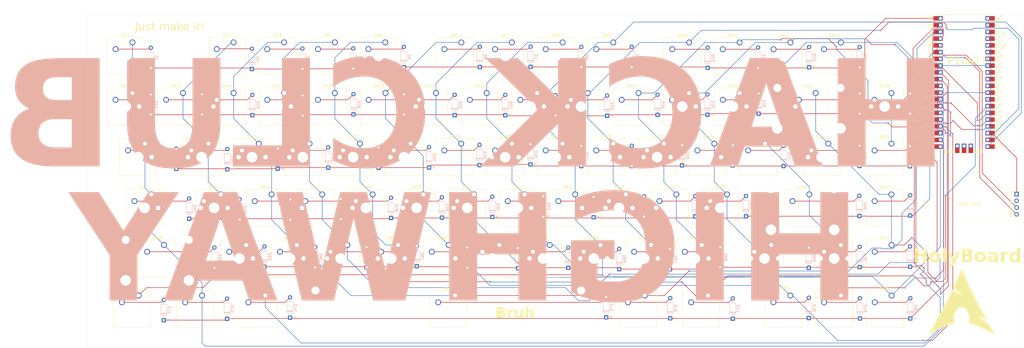
<source format=kicad_pcb>
(kicad_pcb (version 20241229) (generator "pcbnew") (generator_version "9.0")
  (layers (0 "F.Cu" signal) (2 "B.Cu" signal) (13 "F.Paste" user) (15 "B.Paste" user) (5 "F.SilkS" user "F.Silkscreen") (7 "B.SilkS" user "B.Silkscreen") (1 "F.Mask" user) (3 "B.Mask" user) (25 "Edge.Cuts" user))
  (net 0 "")
  (net 1 "Net-(Brd1-SDA)")
  (net 2 "Net-(Brd1-SCL)")
  (net 3 "+5V")
  (net 4 "GND")
  (net 5 "row0")
  (net 6 "Net-(D1-A)")
  (net 7 "Net-(D2-A)")
  (net 8 "Net-(D3-A)")
  (net 9 "Net-(D4-A)")
  (net 10 "Net-(D5-A)")
  (net 11 "Net-(D6-A)")
  (net 12 "Net-(D7-A)")
  (net 13 "Net-(D8-A)")
  (net 14 "Net-(D9-A)")
  (net 15 "Net-(D10-A)")
  (net 16 "Net-(D11-A)")
  (net 17 "Net-(D12-A)")
  (net 18 "Net-(D13-A)")
  (net 19 "Net-(D14-A)")
  (net 20 "row1")
  (net 21 "Net-(D15-A)")
  (net 22 "Net-(D16-A)")
  (net 23 "Net-(D17-A)")
  (net 24 "Net-(D18-A)")
  (net 25 "Net-(D19-A)")
  (net 26 "Net-(D20-A)")
  (net 27 "Net-(D21-A)")
  (net 28 "Net-(D22-A)")
  (net 29 "Net-(D23-A)")
  (net 30 "Net-(D24-A)")
  (net 31 "Net-(D25-A)")
  (net 32 "Net-(D26-A)")
  (net 33 "Net-(D27-A)")
  (net 34 "Net-(D28-A)")
  (net 35 "row2")
  (net 36 "Net-(D29-A)")
  (net 37 "Net-(D30-A)")
  (net 38 "Net-(D31-A)")
  (net 39 "Net-(D32-A)")
  (net 40 "Net-(D33-A)")
  (net 41 "Net-(D34-A)")
  (net 42 "Net-(D35-A)")
  (net 43 "Net-(D36-A)")
  (net 44 "Net-(D37-A)")
  (net 45 "Net-(D38-A)")
  (net 46 "Net-(D39-A)")
  (net 47 "Net-(D40-A)")
  (net 48 "Net-(D41-A)")
  (net 49 "Net-(D42-A)")
  (net 50 "Net-(D43-A)")
  (net 51 "row3")
  (net 52 "Net-(D44-A)")
  (net 53 "Net-(D45-A)")
  (net 54 "Net-(D46-A)")
  (net 55 "Net-(D47-A)")
  (net 56 "Net-(D48-A)")
  (net 57 "Net-(D49-A)")
  (net 58 "Net-(D50-A)")
  (net 59 "Net-(D51-A)")
  (net 60 "Net-(D52-A)")
  (net 61 "Net-(D53-A)")
  (net 62 "Net-(D54-A)")
  (net 63 "Net-(D55-A)")
  (net 64 "Net-(D56-A)")
  (net 65 "Net-(D57-A)")
  (net 66 "Net-(D58-A)")
  (net 67 "row4")
  (net 68 "Net-(D59-A)")
  (net 69 "Net-(D60-A)")
  (net 70 "Net-(D61-A)")
  (net 71 "Net-(D62-A)")
  (net 72 "Net-(D63-A)")
  (net 73 "Net-(D64-A)")
  (net 74 "Net-(D65-A)")
  (net 75 "Net-(D66-A)")
  (net 76 "Net-(D67-A)")
  (net 77 "Net-(D68-A)")
  (net 78 "Net-(D69-A)")
  (net 79 "Net-(D70-A)")
  (net 80 "Net-(D71-A)")
  (net 81 "Net-(D72-A)")
  (net 82 "Net-(D73-A)")
  (net 83 "row5")
  (net 84 "Net-(D74-A)")
  (net 85 "Net-(D75-A)")
  (net 86 "Net-(D76-A)")
  (net 87 "Net-(D77-A)")
  (net 88 "Net-(D78-A)")
  (net 89 "Net-(D79-A)")
  (net 90 "Net-(D80-A)")
  (net 91 "col0")
  (net 92 "col1")
  (net 93 "col2")
  (net 94 "col3")
  (net 95 "col4")
  (net 96 "col5")
  (net 97 "col6")
  (net 98 "col7")
  (net 99 "col8")
  (net 100 "col9")
  (net 101 "col10")
  (net 102 "col11")
  (net 103 "col12")
  (net 104 "col13")
  (net 105 "col14")
  (footprint "Button_Switch_Keyboard:SW_Cherry_MX_1.00u_PCB" (layer "F.Cu") (at 294.7 174.375)
    (property "Reference" "SW19")
    (property "Value" "SW_Push")
  )
  (footprint "Button_Switch_Keyboard:SW_Cherry_MX_1.25u_PCB" (layer "F.Cu") (at 201.81 250.595)
    (property "Reference" "SW72")
    (property "Value" "SW_Push")
  )
  (footprint "Button_Switch_Keyboard:SW_Cherry_MX_1.00u_PCB" (layer "F.Cu") (at 428.025 174.375)
    (property "Reference" "SW26")
    (property "Value" "SW_Push")
  )
  (footprint "Button_Switch_Keyboard:SW_Cherry_MX_1.25u_PCB" (layer "F.Cu") (at 392.325 250.6)
    (property "Reference" "SW76")
    (property "Value" "SW_Push")
  )
  (footprint "Button_Switch_Keyboard:SW_Cherry_MX_1.00u_PCB" (layer "F.Cu") (at 408.995 155.345)
    (property "Reference" "SW10")
    (property "Value" "SW_Push")
  )
  (footprint "Button_Switch_Keyboard:SW_Cherry_MX_1.00u_PCB" (layer "F.Cu") (at 332.8 174.375)
    (property "Reference" "SW21")
    (property "Value" "SW_Push")
  )
  (footprint "Button_Switch_Keyboard:SW_Cherry_MX_1.00u_PCB" (layer "F.Cu") (at 399.475 193.425)
    (property "Reference" "SW39")
    (property "Value" "SW_Push")
  )
  (footprint "Button_Switch_Keyboard:SW_Cherry_MX_1.00u_PCB" (layer "F.Cu") (at 289.875 212.525)
    (property "Reference" "SW48")
    (property "Value" "SW_Push")
  )
  (footprint "Button_Switch_Keyboard:SW_Cherry_MX_1.00u_PCB" (layer "F.Cu") (at 342.3 193.425)
    (property "Reference" "SW36")
    (property "Value" "SW_Push")
  )
  (footprint "Button_Switch_Keyboard:SW_Cherry_MX_1.00u_PCB" (layer "F.Cu") (at 361.365 155.32)
    (property "Reference" "SW8")
    (property "Value" "SW_Push")
  )
  (footprint "LOGO" (layer "F.Cu") (at 511.525 252.85)
    (property "Reference" "G***")
    (property "Value" "LOGO" (hide yes))
  )
  (footprint "Button_Switch_Keyboard:SW_Cherry_MX_1.00u_PCB" (layer "F.Cu") (at 342.29 155.32)
    (property "Reference" "SW7")
    (property "Value" "SW_Push")
  )
  (footprint "Button_Switch_Keyboard:SW_Cherry_MX_1.00u_PCB" (layer "F.Cu") (at 375.625 231.575)
    (property "Reference" "SW66")
    (property "Value" "SW_Push")
  )
  (footprint "Button_Switch_Keyboard:SW_Cherry_MX_1.00u_PCB" (layer "F.Cu") (at 437.55 193.425)
    (property "Reference" "SW41")
    (property "Value" "SW_Push")
  )
  (footprint "KiCad-SSD1306-0.91-OLED-4pin-128x32.pretty-master:SSD1306-0.91-OLED-4pin-128x32" (layer "F.Cu") (at 495.765 210.215)
    (property "Reference" "Brd1")
    (property "Value" "SSD1306")
  )
  (footprint "Button_Switch_Keyboard:SW_Cherry_MX_1.00u_PCB" (layer "F.Cu") (at 466.15 250.6)
    (property "Reference" "SW79")
    (property "Value" "SW_Push")
  )
  (footprint "Button_Switch_Keyboard:SW_Cherry_MX_1.25u_PCB" (layer "F.Cu") (at 416.1 250.6)
    (property "Reference" "SW77")
    (property "Value" "SW_Push")
  )
  (footprint "Button_Switch_Keyboard:SW_Cherry_MX_1.00u_PCB" (layer "F.Cu") (at 427.995 155.345)
    (property "Reference" "SW11")
    (property "Value" "SW_Push")
  )
  (footprint "Button_Switch_Keyboard:SW_Cherry_MX_1.00u_PCB" (layer "F.Cu") (at 413.725 231.575)
    (property "Reference" "SW68")
    (property "Value" "SW_Push")
  )
  (footprint "Button_Switch_Keyboard:SW_Cherry_MX_1.00u_PCB" (layer "F.Cu") (at 266.1 193.425)
    (property "Reference" "SW32")
    (property "Value" "SW_Push")
  )
  (footprint "Button_Switch_Keyboard:SW_Cherry_MX_1.00u_PCB" (layer "F.Cu") (at 294.615 155.295)
    (property "Reference" "SW5")
    (property "Value" "SW_Push")
  )
  (footprint "Button_Switch_Keyboard:SW_Cherry_MX_1.00u_PCB" (layer "F.Cu") (at 232.725 212.525)
    (property "Reference" "SW45")
    (property "Value" "SW_Push")
  )
  (footprint "Button_Switch_Keyboard:SW_Cherry_MX_6.25u_PCB" (layer "F.Cu") (at 320.875 250.6)
    (property "Reference" "SW75")
    (property "Value" "SW_Push")
  )
  (footprint "Button_Switch_Keyboard:SW_Cherry_MX_1.75u_PCB" (layer "F.Cu") (at 439.9 231.575)
    (property "Reference" "SW69")
    (property "Value" "SW_Push")
  )
  (footprint "Button_Switch_Keyboard:SW_Cherry_MX_1.00u_PCB" (layer "F.Cu") (at 218.475 174.375)
    (property "Reference" "SW15")
    (property "Value" "SW_Push")
  )
  (footprint "Button_Switch_Keyboard:SW_Cherry_MX_1.00u_PCB" (layer "F.Cu") (at 228 193.425)
    (property "Reference" "SW30")
    (property "Value" "SW_Push")
  )
  (footprint "Button_Switch_Keyboard:SW_Cherry_MX_1.00u_PCB" (layer "F.Cu") (at 404.175 212.525)
    (property "Reference" "SW54")
    (property "Value" "SW_Push")
  )
  (footprint "Button_Switch_Keyboard:SW_Cherry_MX_1.00u_PCB" (layer "F.Cu") (at 447.075 250.6)
    (property "Reference" "SW78")
    (property "Value" "SW_Push")
  )
  (footprint "Button_Switch_Keyboard:SW_Cherry_MX_1.00u_PCB" (layer "F.Cu") (at 389.925 174.375)
    (property "Reference" "SW24")
    (property "Value" "SW_Push")
  )
  (footprint "Button_Switch_Keyboard:SW_Cherry_MX_1.00u_PCB" (layer "F.Cu") (at 356.525 231.575)
    (property "Reference" "SW65")
    (property "Value" "SW_Push")
  )
  (footprint "Button_Switch_Keyboard:SW_Cherry_MX_1.00u_PCB" (layer "F.Cu") (at 351.8 174.375)
    (property "Reference" "SW22")
    (property "Value" "SW_Push")
  )
  (footprint "Button_Switch_Keyboard:SW_Cherry_MX_1.50u_PCB" (layer "F.Cu") (at 204.15 193.425)
    (property "Reference" "SW29")
    (property "Value" "SW_Push")
  )
  (footprint "Button_Switch_Keyboard:SW_Cherry_MX_1.00u_PCB" (layer "F.Cu") (at 256.54 155.295)
    (property "Reference" "SW3")
    (property "Value" "SW_Push")
  )
  (footprint "Button_Switch_Keyboard:SW_Cherry_MX_1.50u_PCB" (layer "F.Cu") (at 461.375 193.425)
    (property "Reference" "SW42")
    (property "Value" "SW_Push")
  )
  (footprint "Button_Switch_Keyboard:SW_Cherry_MX_1.00u_PCB" (layer "F.Cu") (at 380.415 155.32)
    (property "Reference" "SW9")
    (property "Value" "SW_Push")
  )
  (footprint "Button_Switch_Keyboard:SW_Cherry_MX_1.00u_PCB" (layer "F.Cu") (at 237.525 174.375)
    (property "Reference" "SW16")
    (property "Value" "SW_Push")
  )
  (footprint "Button_Switch_Keyboard:SW_Cherry_MX_1.00u_PCB" (layer "F.Cu") (at 466.12 155.345)
    (property "Reference" "SW13")
    (property "Value" "SW_Push")
  )
  (footprint "Button_Switch_Keyboard:SW_Cherry_MX_1.00u_PCB" (layer "F.Cu") (at 366.1 212.525)
    (property "Reference" "SW52")
    (property "Value" "SW_Push")
  )
  (footprint "Button_Switch_Keyboard:SW_Cherry_MX_1.00u_PCB" (layer "F.Cu") (at 323.2 193.425)
    (property "Reference" "SW35")
    (property "Value" "SW_Push")
  )
  (footprint "Button_Switch_Keyboard:SW_Cherry_MX_1.00u_PCB" (layer "F.Cu") (at 275.64 155.295)
    (property "Reference" "SW4")
    (property "Value" "SW_Push")
  )
  (footprint "Button_Switch_Keyboard:SW_Cherry_MX_1.00u_PCB" (layer "F.Cu") (at 485.175 231.575)
    (property "Reference" "SW71")
    (property "Value" "SW_Push")
  )
  (footprint "Button_Switch_Keyboard:SW_Cherry_MX_1.00u_PCB" (layer "F.Cu") (at 247 193.425)
    (property "Reference" "SW31")
    (property "Value" "SW_Push")
  )
  (footprint "Button_Switch_Keyboard:SW_Cherry_MX_1.00u_PCB" (layer "F.Cu") (at 370.85 174.375)
    (property "Reference" "SW23")
    (property "Value" "SW_Push")
  )
  (footprint "Button_Switch_Keyboard:SW_Cherry_MX_1.00u_PCB" (layer "F.Cu") (at 199.44 174.375)
    (property "Reference" "SW14")
    (property "Value" "SW_Push")
  )
  (footprint "Button_Switch_Keyboard:SW_Cherry_MX_1.00u_PCB" (layer "F.Cu") (at 328 212.525)
    (property "Reference" "SW50")
    (property "Value" "SW_Push")
  )
  (footprint "Button_Switch_Keyboard:SW_Cherry_MX_1.00u_PCB" (layer "F.Cu") (at 485.125 174.375)
    (property "Reference" "SW28")
    (property "Value" "SW_Push")
  )
  (footprint "Button_Switch_Keyboard:SW_Cherry_MX_1.00u_PCB" (layer "F.Cu") (at 485.2 250.6)
    (property "Reference" "SW80")
    (property "Value" "SW_Push")
  )
  (footprint "Button_Switch_Keyboard:SW_Cherry_MX_1.00u_PCB" (layer "F.Cu") (at 423.25 212.525)
    (property "Reference" "SW55")
    (property "Value" "SW_Push")
  )
  (footprint "Button_Switch_Keyboard:SW_Cherry_MX_2.00u_PCB" (layer "F.Cu") (at 456.625 174.375)
    (property "Reference" "SW27")
    (property "Value" "SW_Push")
  )
  (footprint "Button_Switch_Keyboard:SW_Cherry_MX_1.00u_PCB" (layer "F.Cu") (at 380.4 193.425)
    (property "Reference" "SW38")
    (property "Value" "SW_Push")
  )
  (footprint "Button_Switch_Keyboard:SW_Cherry_MX_1.00u_PCB" (layer "F.Cu") (at 280.35 231.575)
    (property "Reference" "SW61")
    (property "Value" "SW_Push")
  )
  (footprint "Button_Switch_Keyboard:SW_Cherry_MX_1.00u_PCB" (layer "F.Cu") (at 361.35 193.425)
    (property "Reference" "SW37")
    (property "Value" "SW_Push")
  )
  (footprint "Button_Switch_Keyboard:SW_Cherry_MX_2.25u_PCB" (layer "F.Cu") (at 454.225 212.525)
    (property "Reference" "SW56")
    (property "Value" "SW_Push")
  )
  (footprint "Button_Switch_Keyboard:SW_Cherry_MX_1.25u_PCB" (layer "F.Cu") (at 249.45 250.6)
    (property "Reference" "SW74")
    (property "Value" "SW_Push")
  )
  (footprint "Button_Switch_Keyboard:SW_Cherry_MX_1.00u_PCB" (layer "F.Cu") (at 256.575 174.375)
    (property "Reference" "SW17")
    (property "Value" "SW_Push")
  )
  (footprint "Button_Switch_Keyboard:SW_Cherry_MX_1.00u_PCB" (layer "F.Cu") (at 418.475 193.425)
    (property "Reference" "SW40")
    (property "Value" "SW_Push")
  )
  (footprint "Button_Switch_Keyboard:SW_Cherry_MX_1.00u_PCB" (layer "F.Cu") (at 318.475 231.575)
    (property "Reference" "SW63")
    (property "Value" "SW_Push")
  )
  (footprint "Button_Switch_Keyboard:SW_Cherry_MX_1.00u_PCB" (layer "F.Cu") (at 275.625 174.375)
    (property "Reference" "SW18")
    (property "Value" "SW_Push")
  )
  (footprint "Button_Switch_Keyboard:SW_Cherry_MX_1.00u_PCB" (layer "F.Cu") (at 270.875 212.525)
    (property "Reference" "SW47")
    (property "Value" "SW_Push")
  )
  (footprint "Button_Switch_Keyboard:SW_Cherry_MX_1.00u_PCB" (layer "F.Cu") (at 323.24 155.32)
    (property "Reference" "SW6")
    (property "Value" "SW_Push")
  )
  (footprint "Button_Switch_Keyboard:SW_Cherry_MX_1.75u_PCB" (layer "F.Cu") (at 206.55 212.525)
    (property "Reference" "SW44")
    (property "Value" "SW_Push")
  )
  (footprint "Button_Switch_Keyboard:SW_Cherry_MX_1.00u_PCB" (layer "F.Cu") (at 242.25 231.575)
    (property "Reference" "SW59")
    (property "Value" "SW_Push")
  )
  (footprint "Button_Switch_Keyboard:SW_Cherry_MX_1.00u_PCB" (layer "F.Cu") (at 299.425 231.575)
    (property "Reference" "SW62")
    (property "Value" "SW_Push")
  )
  (footprint "MCU_RaspberryPi_and_Boards:RPi_Pico_SMD_TH" (layer "F.Cu") (at 512.475 170.4)
    (property "Reference" "U1" (hide yes))
    (property "Value" "Pico")
  )
  (footprint "Button_Switch_Keyboard:SW_Cherry_MX_1.00u_PCB" (layer "F.Cu") (at 199.44 155.295)
    (property "Reference" "SW1")
    (property "Value" "SW_Push")
  )
  (footprint "Button_Switch_Keyboard:SW_Cherry_MX_2.25u_PCB" (layer "F.Cu") (at 211.325 231.575)
    (property "Reference" "SW58")
    (property "Value" "SW_Push")
  )
  (footprint "Button_Switch_Keyboard:SW_Cherry_MX_1.00u_PCB" (layer "F.Cu") (at 313.7 174.375)
    (property "Reference" "SW20")
    (property "Value" "SW_Push")
  )
  (footprint "Button_Switch_Keyboard:SW_Cherry_MX_1.00u_PCB" (layer "F.Cu") (at 337.525 231.575)
    (property "Reference" "SW64")
    (property "Value" "SW_Push")
  )
  (footprint "Button_Switch_Keyboard:SW_Cherry_MX_1.00u_PCB" (layer "F.Cu") (at 485.15 212.525)
    (property "Reference" "SW57")
    (property "Value" "SW_Push")
  )
  (footprint "Button_Switch_Keyboard:SW_Cherry_MX_1.00u_PCB" (layer "F.Cu") (at 347.05 212.525)
    (property "Reference" "SW51")
    (property "Value" "SW_Push")
  )
  (footprint "Button_Switch_Keyboard:SW_Cherry_MX_1.00u_PCB" (layer "F.Cu") (at 285.075 193.425)
    (property "Reference" "SW33")
    (property "Value" "SW_Push")
  )
  (footprint "Button_Switch_Keyboard:SW_Cherry_MX_1.00u_PCB" (layer "F.Cu") (at 485.15 193.425)
    (property "Reference" "SW43")
    (property "Value" "SW_Push")
  )
  (footprint "Button_Switch_Keyboard:SW_Cherry_MX_1.00u_PCB" (layer "F.Cu") (at 261.325 231.575)
    (property "Reference" "SW60")
    (property "Value" "SW_Push")
  )
  (footprint "Button_Switch_Keyboard:SW_Cherry_MX_1.00u_PCB" (layer "F.Cu") (at 447.12 155.345)
    (property "Reference" "SW12")
    (property "Value" "SW_Push")
  )
  (footprint "Button_Switch_Keyboard:SW_Cherry_MX_1.00u_PCB" (layer "F.Cu") (at 237.515 155.295)
    (property "Reference" "SW2")
    (property "Value" "SW_Push")
  )
  (footprint "Button_Switch_Keyboard:SW_Cherry_MX_1.25u_PCB" (layer "F.Cu") (at 225.65 250.6)
    (property "Reference" "SW73")
    (property "Value" "SW_Push")
  )
  (footprint "Button_Switch_Keyboard:SW_Cherry_MX_1.00u_PCB" (layer "F.Cu") (at 385.125 212.525)
    (property "Reference" "SW53")
    (property "Value" "SW_Push")
  )
  (footprint "Button_Switch_Keyboard:SW_Cherry_MX_1.00u_PCB" (layer "F.Cu") (at 408.925 174.375)
    (property "Reference" "SW25")
    (property "Value" "SW_Push")
  )
  (footprint "Button_Switch_Keyboard:SW_Cherry_MX_1.00u_PCB" (layer "F.Cu") (at 394.65 231.575)
    (property "Reference" "SW67")
    (property "Value" "SW_Push")
  )
  (footprint "Button_Switch_Keyboard:SW_Cherry_MX_1.00u_PCB" (layer "F.Cu") (at 304.175 193.425)
    (property "Reference" "SW34")
    (property "Value" "SW_Push")
  )
  (footprint "Button_Switch_Keyboard:SW_Cherry_MX_1.00u_PCB" (layer "F.Cu") (at 466.125 231.575)
    (property "Reference" "SW70")
    (property "Value" "SW_Push")
  )
  (footprint "Button_Switch_Keyboard:SW_Cherry_MX_1.00u_PCB" (layer "F.Cu") (at 251.825 212.525)
    (property "Reference" "SW46")
    (property "Value" "SW_Push")
  )
  (footprint "Button_Switch_Keyboard:SW_Cherry_MX_1.00u_PCB" (layer "F.Cu") (at 308.925 212.525)
    (property "Reference" "SW49")
    (property "Value" "SW_Push")
  )
  (footprint "Diode_THT:D_DO-35_SOD27_P7.62mm_Horizontal" (layer "B.Cu") (at 415.95 164.925 90)
    (property "Reference" "D10")
    (property "Value" "1N4148")
  )
  (footprint "Diode_THT:D_DO-35_SOD27_P7.62mm_Horizontal" (layer "B.Cu") (at 258.9 222.05 90)
    (property "Reference" "D46")
    (property "Value" "1N4148")
  )
  (footprint "Diode_THT:D_DO-35_SOD27_P7.62mm_Horizontal" (layer "B.Cu") (at 368.4 201.85 90)
    (property "Reference" "D37")
    (property "Value" "1N4148")
  )
  (footprint "Diode_THT:D_DO-35_SOD27_P7.62mm_Horizontal" (layer "B.Cu") (at 320.75 182.675 90)
    (property "Reference" "D20")
    (property "Value" "1N4148")
  )
  (footprint "Diode_THT:D_DO-35_SOD27_P7.62mm_Horizontal" (layer "B.Cu") (at 435.125 182.125 90)
    (property "Reference" "D26")
    (property "Value" "1N4148")
  )
  (footprint "Diode_THT:D_DO-35_SOD27_P7.62mm_Horizontal" (layer "B.Cu") (at 473.2 239.875 90)
    (property "Reference" "D70")
    (property "Value" "1N4148")
  )
  (footprint "Diode_THT:D_DO-35_SOD27_P7.62mm_Horizontal" (layer "B.Cu") (at 387.4 201.85 90)
    (property "Reference" "D38")
    (property "Value" "1N4148")
  )
  (footprint "Diode_THT:D_DO-35_SOD27_P7.62mm_Horizontal" (layer "B.Cu") (at 239.8 221.975 90)
    (property "Reference" "D45")
    (property "Value" "1N4148")
  )
  (footprint "Diode_THT:D_DO-35_SOD27_P7.62mm_Horizontal" (layer "B.Cu") (at 273.1 202.45 90)
    (property "Reference" "D32")
    (property "Value" "1N4148")
  )
  (footprint "Diode_THT:D_DO-35_SOD27_P7.62mm_Horizontal" (layer "B.Cu") (at 339.775 182.7 90)
    (property "Reference" "D21")
    (property "Value" "1N4148")
  )
  (footprint "Diode_THT:D_DO-35_SOD27_P7.62mm_Horizontal" (layer "B.Cu") (at 287.55 240 90)
    (property "Reference" "D61")
    (property "Value" "1N4148")
  )
  (footprint "Diode_THT:D_DO-35_SOD27_P7.62mm_Horizontal" (layer "B.Cu") (at 330.075 201.5 90)
    (property "Reference" "D35")
    (property "Value" "1N4148")
  )
  (footprint "Diode_THT:D_DO-35_SOD27_P7.62mm_Horizontal" (layer "B.Cu") (at 473.275 259.225 90)
    (property "Reference" "D79")
    (property "Value" "1N4148")
  )
  (footprint "Diode_THT:D_DO-35_SOD27_P7.62mm_Horizontal" (layer "B.Cu") (at 401.875 259.175 90)
    (property "Reference" "D76")
    (property "Value" "1N4148")
  )
  (footprint "Diode_THT:D_DO-35_SOD27_P7.62mm_Horizontal" (layer "B.Cu") (at 235.15 203.075 90)
    (property "Reference" "D30")
    (property "Value" "1N4148")
  )
  (footprint "Diode_THT:D_DO-35_SOD27_P7.62mm_Horizontal" (layer "B.Cu") (at 277.85 221.825 90)
    (property "Reference" "D47")
    (property "Value" "1N4148")
  )
  (footprint "Diode_THT:D_DO-35_SOD27_P7.62mm_Horizontal" (layer "B.Cu") (at 373.025 221.1 90)
    (property "Reference" "D52")
    (property "Value" "1N4148")
  )
  (footprint "Diode_THT:D_DO-35_SOD27_P7.62mm_Horizontal" (layer "B.Cu") (at 492.075 201.95 90)
    (property "Reference" "D43")
    (property "Value" "1N4148")
  )
  (footprint "Diode_THT:D_DO-35_SOD27_P7.62mm_Horizontal" (layer "B.Cu") (at 415.9 182.525 90)
    (property "Reference" "D25")
    (property "Value" "1N4148")
  )
  (footprint "Diode_THT:D_DO-35_SOD27_P7.62mm_Horizontal" (layer "B.Cu") (at 382.65 240.65 90)
    (property "Reference" "D66")
    (property "Value" "1N4148")
  )
  (footprint "Diode_THT:D_DO-35_SOD27_P7.62mm_Horizontal" (layer "B.Cu") (at 282.65 182.4 90)
    (property "Reference" "D18")
    (property "Value" "1N4148")
  )
  (footprint "Diode_THT:D_DO-35_SOD27_P7.62mm_Horizontal" (layer "B.Cu") (at 311.1 202.41 90)
    (property "Reference" "D34")
    (property "Value" "1N4148")
  )
  (footprint "Diode_THT:D_DO-35_SOD27_P7.62mm_Horizontal" (layer "B.Cu") (at 349.325 164.525 90)
    (property "Reference" "D7")
    (property "Value" "1N4148")
  )
  (footprint "Diode_THT:D_DO-35_SOD27_P7.62mm_Horizontal" (layer "B.Cu") (at 325.5 240.125 90)
    (property "Reference" "D63")
    (property "Value" "1N4148")
  )
  (footprint "Diode_THT:D_DO-35_SOD27_P7.62mm_Horizontal" (layer "B.Cu") (at 492.15 239.75 90)
    (property "Reference" "D71")
    (property "Value" "1N4148")
  )
  (footprint "Diode_THT:D_DO-35_SOD27_P7.62mm_Horizontal" (layer "B.Cu") (at 225.675 182.475 90)
    (property "Reference" "D15")
    (property "Value" "1N4148")
  )
  (footprint "Diode_THT:D_DO-35_SOD27_P7.62mm_Horizontal" (layer "B.Cu") (at 411.3 220.825 90)
    (property "Reference" "D54")
    (property "Value" "1N4148")
  )
  (footprint "Diode_THT:D_DO-35_SOD27_P7.62mm_Horizontal" (layer "B.Cu") (at 330.2 164.575 90)
    (property "Reference" "D6")
    (property "Value" "1N4148")
  )
  (footprint "Diode_THT:D_DO-35_SOD27_P7.62mm_Horizontal" (layer "B.Cu") (at 454.05 240.175 90)
    (property "Reference" "D69")
    (property "Value" "1N4148")
  )
  (footprint "Diode_THT:D_DO-35_SOD27_P7.62mm_Horizontal" (layer "B.Cu") (at 220.8 221.675 90)
    (property "Reference" "D44")
    (property "Value" "1N4148")
  )
  (footprint "Diode_THT:D_DO-35_SOD27_P7.62mm_Horizontal" (layer "B.Cu") (at 420.7 239.95 90)
    (property "Reference" "D68")
    (property "Value" "1N4148")
  )
  (footprint "Diode_THT:D_DO-35_SOD27_P7.62mm_Horizontal" (layer "B.Cu") (at 206.375 164.95 90)
    (property "Reference" "D1")
    (property "Value" "1N4148")
  )
  (footprint "Diode_THT:D_DO-35_SOD27_P7.62mm_Horizontal" (layer "B.Cu") (at 444.525 201.85 90)
    (property "Reference" "D41")
    (property "Value" "1N4148")
  )
  (footprint "Diode_THT:D_DO-35_SOD27_P7.62mm_Horizontal" (layer "B.Cu") (at 492.2 220.475 90)
    (property "Reference" "D57")
    (property "Value" "1N4148")
  )
  (footprint "Diode_THT:D_DO-35_SOD27_P7.62mm_Horizontal" (layer "B.Cu") (at 425.375 201.625 90)
    (property "Reference" "D40")
    (property "Value" "1N4148")
  )
  (footprint "Diode_THT:D_DO-35_SOD27_P7.62mm_Horizontal" (layer "B.Cu") (at 473.175 182.16 90)
    (property "Reference" "D27")
    (property "Value" "1N4148")
  )
  (footprint "Diode_THT:D_DO-35_SOD27_P7.62mm_Horizontal" (layer "B.Cu") (at 230.3 240.15 90)
    (property "Reference" "D58")
    (property "Value" "1N4148")
  )
  (footprint "Diode_THT:D_DO-35_SOD27_P7.62mm_Horizontal" (layer "B.Cu") (at 206.35 182.525 90)
    (property "Reference" "D14")
    (property "Value" "1N4148")
  )
  (footprint "Diode_THT:D_DO-35_SOD27_P7.62mm_Horizontal" (layer "B.Cu") (at 406.325 201.625 90)
    (property "Reference" "D39")
    (property "Value" "1N4148")
  )
  (footprint "Diode_THT:D_DO-35_SOD27_P7.62mm_Horizontal" (layer "B.Cu") (at 263.5 182.925 90)
    (property "Reference" "D17")
    (property "Value" "1N4148")
  )
  (footprint "Diode_THT:D_DO-35_SOD27_P7.62mm_Horizontal" (layer "B.Cu") (at 363.5 240.175 90)
    (property "Reference" "D65")
    (property "Value" "1N4148")
  )
  (footprint "Diode_THT:D_DO-35_SOD27_P7.62mm_Horizontal" (layer "B.Cu") (at 268.225 240 90)
    (property "Reference" "D60")
    (property "Value" "1N4148")
  )
  (footprint "Diode_THT:D_DO-35_SOD27_P7.62mm_Horizontal" (layer "B.Cu") (at 282.575 165.2 90)
    (property "Reference" "D4")
    (property "Value" "1N4148")
  )
  (footprint "Diode_THT:D_DO-35_SOD27_P7.62mm_Horizontal" (layer "B.Cu") (at 473.075 220.66 90)
    (property "Reference" "D56")
    (property "Value" "1N4148")
  )
  (footprint "Diode_THT:D_DO-35_SOD27_P7.62mm_Horizontal" (layer "B.Cu") (at 425.425 259.3 90)
    (property "Reference" "D77")
    (property "Value" "1N4148")
  )
  (footprint "Diode_THT:D_DO-35_SOD27_P7.62mm_Horizontal" (layer "B.Cu") (at 354.1 220.885 90)
    (property "Reference" "D51")
    (property "Value" "1N4148")
  )
  (footprint "Diode_THT:D_DO-35_SOD27_P7.62mm_Horizontal" (layer "B.Cu") (at 454.15 164.675 90)
    (property "Reference" "D12")
    (property "Value" "1N4148")
  )
  (footprint "Diode_THT:D_DO-35_SOD27_P7.62mm_Horizontal" (layer "B.Cu") (at 378.1 182.95 90)
    (property "Reference" "D23")
    (property "Value" "1N4148")
  )
  (footprint "Diode_THT:D_DO-35_SOD27_P7.62mm_Horizontal" (layer "B.Cu") (at 492.175 182.125 90)
    (property "Reference" "D28")
    (property "Value" "1N4148")
  )
  (footprint "Diode_THT:D_DO-35_SOD27_P7.62mm_Horizontal" (layer "B.Cu") (at 401.775 240.75 90)
    (property "Reference" "D67")
    (property "Value" "1N4148")
  )
  (footprint "Diode_THT:D_DO-35_SOD27_P7.62mm_Horizontal" (layer "B.Cu") (at 392.05 220.875 90)
    (property "Reference" "D53")
    (property "Value" "1N4148")
  )
  (footprint "Diode_THT:D_DO-35_SOD27_P7.62mm_Horizontal" (layer "B.Cu") (at 492.25 259.225 90)
    (property "Reference" "D80")
    (property "Value" "1N4148")
  )
  (footprint "Diode_THT:D_DO-35_SOD27_P7.62mm_Horizontal" (layer "B.Cu") (at 306.45 239.575 90)
    (property "Reference" "D62")
    (property "Value" "1N4148")
  )
  (footprint "Diode_THT:D_DO-35_SOD27_P7.62mm_Horizontal" (layer "B.Cu") (at 244.4 165.325 90)
    (property "Reference" "D2")
    (property "Value" "1N4148")
  )
  (footprint "Diode_THT:D_DO-35_SOD27_P7.62mm_Horizontal" (layer "B.Cu") (at 377.75 258.8 90)
    (property "Reference" "D75")
    (property "Value" "1N4148")
  )
  (footprint "Diode_THT:D_DO-35_SOD27_P7.62mm_Horizontal" (layer "B.Cu") (at 334.925 221 90)
    (property "Reference" "D50")
    (property "Value" "1N4148")
  )
  (footprint "Diode_THT:D_DO-35_SOD27_P7.62mm_Horizontal" (layer "B.Cu") (at 397.1 182.6 90)
    (property "Reference" "D24")
    (property "Value" "1N4148")
  )
  (footprint "Diode_THT:D_DO-35_SOD27_P7.62mm_Horizontal" (layer "B.Cu") (at 211.225 259.85 90)
    (property "Reference" "D72")
    (property "Value" "1N4148")
  )
  (footprint "Diode_THT:D_DO-35_SOD27_P7.62mm_Horizontal" (layer "B.Cu") (at 358.7 182.825 90)
    (property "Reference" "D22")
    (property "Value" "1N4148")
  )
  (footprint "Diode_THT:D_DO-35_SOD27_P7.62mm_Horizontal" (layer "B.Cu") (at 249.125 239.75 90)
    (property "Reference" "D59")
    (property "Value" "1N4148")
  )
  (footprint "Diode_THT:D_DO-35_SOD27_P7.62mm_Horizontal" (layer "B.Cu") (at 473.175 164.75 90)
    (property "Reference" "D13")
    (property "Value" "1N4148")
  )
  (footprint "Diode_THT:D_DO-35_SOD27_P7.62mm_Horizontal" (layer "B.Cu") (at 254.125 202.875 90)
    (property "Reference" "D31")
    (property "Value" "1N4148")
  )
  (footprint "Diode_THT:D_DO-35_SOD27_P7.62mm_Horizontal" (layer "B.Cu") (at 368.425 164.625 90)
    (property "Reference" "D8")
    (property "Value" "1N4148")
  )
  (footprint "Diode_THT:D_DO-35_SOD27_P7.62mm_Horizontal" (layer "B.Cu") (at 296.775 221.4 90)
    (property "Reference" "D48")
    (property "Value" "1N4148")
  )
  (footprint "Diode_THT:D_DO-35_SOD27_P7.62mm_Horizontal" (layer "B.Cu") (at 430.4 220.75 90)
    (property "Reference" "D55")
    (property "Value" "1N4148")
  )
  (footprint "Diode_THT:D_DO-35_SOD27_P7.62mm_Horizontal" (layer "B.Cu") (at 434.95 164.875 90)
    (property "Reference" "D11")
    (property "Value" "1N4148")
  )
  (footprint "Diode_THT:D_DO-35_SOD27_P7.62mm_Horizontal" (layer "B.Cu") (at 473.125 201.825 90)
    (property "Reference" "D42")
    (property "Value" "1N4148")
  )
  (footprint "Diode_THT:D_DO-35_SOD27_P7.62mm_Horizontal" (layer "B.Cu") (at 244.6 182.675 90)
    (property "Reference" "D16")
    (property "Value" "1N4148")
  )
  (footprint "Diode_THT:D_DO-35_SOD27_P7.62mm_Horizontal" (layer "B.Cu") (at 387.375 164.575 90)
    (property "Reference" "D9")
    (property "Value" "1N4148")
  )
  (footprint "Diode_THT:D_DO-35_SOD27_P7.62mm_Horizontal" (layer "B.Cu") (at 235.05 259.375 90)
    (property "Reference" "D73")
    (property "Value" "1N4148")
  )
  (footprint "Diode_THT:D_DO-35_SOD27_P7.62mm_Horizontal" (layer "B.Cu") (at 215.925 202.935 90)
    (property "Reference" "D29")
    (property "Value" "1N4148")
  )
  (footprint "Diode_THT:D_DO-35_SOD27_P7.62mm_Horizontal" (layer "B.Cu") (at 292.1 202.5 90)
    (property "Reference" "D33")
    (property "Value" "1N4148")
  )
  (footprint "Diode_THT:D_DO-35_SOD27_P7.62mm_Horizontal" (layer "B.Cu") (at 315.95 221.25 90)
    (property "Reference" "D49")
    (property "Value" "1N4148")
  )
  (footprint "Diode_THT:D_DO-35_SOD27_P7.62mm_Horizontal" (layer "B.Cu") (at 344.575 240.35 90)
    (property "Reference" "D64")
    (property "Value" "1N4148")
  )
  (footprint "Diode_THT:D_DO-35_SOD27_P7.62mm_Horizontal" (layer "B.Cu") (at 301.7 182.475 90)
    (property "Reference" "D19")
    (property "Value" "1N4148")
  )
  (footprint "Diode_THT:D_DO-35_SOD27_P7.62mm_Horizontal" (layer "B.Cu") (at 263.425 165.25 90)
    (property "Reference" "D3")
    (property "Value" "1N4148")
  )
  (footprint "Diode_THT:D_DO-35_SOD27_P7.62mm_Horizontal" (layer "B.Cu") (at 301.6 164.625 90)
    (property "Reference" "D5")
    (property "Value" "1N4148")
  )
  (footprint "Diode_THT:D_DO-35_SOD27_P7.62mm_Horizontal" (layer "B.Cu") (at 349.275 201.25 90)
    (property "Reference" "D36")
    (property "Value" "1N4148")
  )
  (footprint "Diode_THT:D_DO-35_SOD27_P7.62mm_Horizontal" (layer "B.Cu") (at 454.05 259.05 90)
    (property "Reference" "D78")
    (property "Value" "1N4148")
  )
  (footprint "Diode_THT:D_DO-35_SOD27_P7.62mm_Horizontal" (layer "B.Cu") (at 258.775 258.9 90)
    (property "Reference" "D74")
    (property "Value" "1N4148")
  )
  (gr_rect (start 182.5 144.825) (end 535.025 270.25) (stroke (width 0.05)) (fill no) (layer "Edge.Cuts"))
  (gr_text "Bruh" (at 335.925 259.675 0) (layer "F.SilkS") (effects (font (size 4 4) (thickness 0.5) (bold yes)) (justify left bottom)))
  (gr_text "HolyBoard" (at 493.25 238.85 0) (layer "F.SilkS") (effects (font (size 5 5) (thickness 1) (bold yes)) (justify left bottom)))
  (gr_text "Pico!!" (at 506.15 164.175 0) (layer "F.SilkS") (effects (font (size 3 3) (thickness 0.1)) (justify left bottom)))
  (gr_text "Just make it!" (at 200.375 151.275 0) (layer "F.SilkS") (effects (font (size 3 3) (thickness 0.1)) (justify left bottom)))
  (gr_text "HIGHWAY" (at 474.025 259.275 0) (layer "B.SilkS") (effects (font (size 40 40) (thickness 4) (bold yes)) (justify left bottom mirror)))
  (gr_text "HACK CLUB" (at 506.575 208.825 0) (layer "B.SilkS") (effects (font (size 40 40) (thickness 4) (bold yes)) (justify left bottom mirror)))
  (segment (start 518.2 166.15) (end 513.1 161.05) (width 0.2) (layer "F.Cu") (net 1))
  (segment (start 518.375 166.325) (end 518.2 166.15) (width 0.2) (layer "F.Cu") (net 1))
  (segment (start 518.375 203.3) (end 518.375 166.325) (width 0.2) (layer "F.Cu") (net 1))
  (segment (start 518.375 206.135) (end 518.375 203.3) (width 0.2) (layer "F.Cu") (net 1))
  (segment (start 513.1 161.05) (end 512.8 161.05) (width 0.2) (layer "F.Cu") (net 1))
  (segment (start 532.265 220.025) (end 518.375 206.135) (width 0.2) (layer "F.Cu") (net 1))
  (via (at 512.8 161.05) (size 0.6) (drill 0.3) (layers "F.Cu" "B.Cu") (net 1))
  (segment (start 503.585 158.97) (end 505.665 161.05) (width 0.2) (layer "B.Cu") (net 1))
  (segment (start 505.665 161.05) (end 512.8 161.05) (width 0.2) (layer "B.Cu") (net 1))
  (segment (start 532.265 217.485) (end 519.3 204.52) (width 0.2) (layer "F.Cu") (net 2))
  (segment (start 519.3 166.125) (end 513.296 160.121) (width 0.2) (layer "F.Cu") (net 2))
  (segment (start 519.3 204.52) (end 519.3 166.125) (width 0.2) (layer "F.Cu") (net 2))
  (segment (start 513.296 160.121) (end 504.974 160.121) (width 0.2) (layer "F.Cu") (net 2))
  (segment (start 504.974 160.121) (end 503.585 161.51) (width 0.2) (layer "F.Cu") (net 2))
  (segment (start 532.265 212.405) (end 532.265 198.788) (width 0.2) (layer "F.Cu") (net 4))
  (segment (start 502.023 151.35) (end 500.634 152.739) (width 0.2) (layer "F.Cu") (net 4))
  (segment (start 502.023 164.05) (end 503.585 164.05) (width 0.2) (layer "F.Cu") (net 4))
  (segment (start 522.927 189.45) (end 521.365 189.45) (width 0.2) (layer "F.Cu") (net 4))
  (segment (start 532.265 198.788) (end 522.927 189.45) (width 0.2) (layer "F.Cu") (net 4))
  (segment (start 503.585 151.35) (end 502.023 151.35) (width 0.2) (layer "F.Cu") (net 4))
  (segment (start 500.634 162.661) (end 502.023 164.05) (width 0.2) (layer "F.Cu") (net 4))
  (segment (start 500.634 152.739) (end 500.634 162.661) (width 0.2) (layer "F.Cu") (net 4))
  (segment (start 522.516 165.201) (end 522.516 175.599) (width 0.2) (layer "B.Cu") (net 4))
  (segment (start 502.425 177.91) (end 502.425 188.29) (width 0.2) (layer "B.Cu") (net 4))
  (segment (start 503.585 164.05) (end 521.365 164.05) (width 0.2) (layer "B.Cu") (net 4))
  (segment (start 521.365 164.05) (end 522.516 165.201) (width 0.2) (layer "B.Cu") (net 4))
  (segment (start 502.434 175.599) (end 503.585 176.75) (width 0.2) (layer "B.Cu") (net 4))
  (segment (start 522.516 175.599) (end 521.365 176.75) (width 0.2) (layer "B.Cu") (net 4))
  (segment (start 522.516 162.899) (end 521.365 164.05) (width 0.2) (layer "B.Cu") (net 4))
  (segment (start 503.585 164.05) (end 502.434 165.201) (width 0.2) (layer "B.Cu") (net 4))
  (segment (start 503.585 176.75) (end 502.425 177.91) (width 0.2) (layer "B.Cu") (net 4))
  (segment (start 521.365 176.75) (end 522.516 177.901) (width 0.2) (layer "B.Cu") (net 4))
  (segment (start 502.425 188.29) (end 503.585 189.45) (width 0.2) (layer "B.Cu") (net 4))
  (segment (start 522.516 177.901) (end 522.516 188.299) (width 0.2) (layer "B.Cu") (net 4))
  (segment (start 521.365 151.35) (end 522.516 152.501) (width 0.2) (layer "B.Cu") (net 4))
  (segment (start 522.516 188.299) (end 521.365 189.45) (width 0.2) (layer "B.Cu") (net 4))
  (segment (start 502.434 165.201) (end 502.434 175.599) (width 0.2) (layer "B.Cu") (net 4))
  (segment (start 522.516 152.501) (end 522.516 162.899) (width 0.2) (layer "B.Cu") (net 4))
  (segment (start 301.025 165.2) (end 301.6 164.625) (width 0.2) (layer "F.Cu") (net 5))
  (segment (start 206.375 164.95) (end 244.025 164.95) (width 0.2) (layer "F.Cu") (net 5))
  (segment (start 473 164.925) (end 473.175 164.75) (width 0.2) (layer "F.Cu") (net 5))
  (segment (start 330.2 164.575) (end 387.375 164.575) (width 0.2) (layer "F.Cu") (net 5))
  (segment (start 482.955 146.27) (end 503.585 146.27) (width 0.2) (layer "F.Cu") (net 5))
  (segment (start 473.175 164.75) (end 475.1 162.825) (width 0.2) (layer "F.Cu") (net 5))
  (segment (start 301.6 164.625) (end 301.625 164.625) (width 0.2) (layer "F.Cu") (net 5))
  (segment (start 263.35 165.325) (end 263.425 165.25) (width 0.2) (layer "F.Cu") (net 5))
  (segment (start 282.575 165.2) (end 301.025 165.2) (width 0.2) (layer "F.Cu") (net 5))
  (segment (start 244.4 165.325) (end 263.35 165.325) (width 0.2) (layer "F.Cu") (net 5))
  (segment (start 387.375 164.575) (end 415.6 164.575) (width 0.2) (layer "F.Cu") (net 5))
  (segment (start 415.6 164.575) (end 415.95 164.925) (width 0.2) (layer "F.Cu") (net 5))
  (segment (start 475.1 154.125) (end 482.955 146.27) (width 0.2) (layer "F.Cu") (net 5))
  (segment (start 282.525 165.25) (end 282.575 165.2) (width 0.2) (layer "F.Cu") (net 5))
  (segment (start 301.625 164.625) (end 301.675 164.575) (width 0.2) (layer "F.Cu") (net 5))
  (segment (start 475.1 162.825) (end 475.1 154.125) (width 0.2) (layer "F.Cu") (net 5))
  (segment (start 301.675 164.575) (end 330.2 164.575) (width 0.2) (layer "F.Cu") (net 5))
  (segment (start 415.95 164.925) (end 473 164.925) (width 0.2) (layer "F.Cu") (net 5))
  (segment (start 244.025 164.95) (end 244.4 165.325) (width 0.2) (layer "F.Cu") (net 5))
  (segment (start 263.425 165.25) (end 282.525 165.25) (width 0.2) (layer "F.Cu") (net 5))
  (segment (start 205.87 157.835) (end 206.375 157.33) (width 0.2) (layer "F.Cu") (net 6))
  (segment (start 193.09 157.835) (end 205.87 157.835) (width 0.2) (layer "F.Cu") (net 6))
  (segment (start 231.295 157.705) (end 244.4 157.705) (width 0.2) (layer "F.Cu") (net 7))
  (segment (start 231.165 157.835) (end 231.295 157.705) (width 0.2) (layer "F.Cu") (net 7))
  (segment (start 263.22 157.835) (end 263.425 157.63) (width 0.2) (layer "F.Cu") (net 8))
  (segment (start 250.19 157.835) (end 263.22 157.835) (width 0.2) (layer "F.Cu") (net 8))
  (segment (start 282.32 157.835) (end 282.575 157.58) (width 0.2) (layer "F.Cu") (net 9))
  (segment (start 269.29 157.835) (end 282.32 157.835) (width 0.2) (layer "F.Cu") (net 9))
  (segment (start 300.77 157.835) (end 301.6 157.005) (width 0.2) (layer "F.Cu") (net 10))
  (segment (start 288.265 157.835) (end 300.77 157.835) (width 0.2) (layer "F.Cu") (net 10))
  (segment (start 329.295 157.86) (end 330.2 156.955) (width 0.2) (layer "F.Cu") (net 11))
  (segment (start 316.89 157.86) (end 329.295 157.86) (width 0.2) (layer "F.Cu") (net 11))
  (segment (start 335.94 157.86) (end 348.37 157.86) (width 0.2) (layer "F.Cu") (net 12))
  (segment (start 348.37 157.86) (end 349.325 156.905) (width 0.2) (layer "F.Cu") (net 12))
  (segment (start 367.57 157.86) (end 368.425 157.005) (width 0.2) (layer "F.Cu") (net 13))
  (segment (start 355.015 157.86) (end 367.57 157.86) (width 0.2) (layer "F.Cu") (net 13))
  (segment (start 386.47 157.86) (end 387.375 156.955) (width 0.2) (layer "F.Cu") (net 14))
  (segment (start 374.065 157.86) (end 386.47 157.86) (width 0.2) (layer "F.Cu") (net 14))
  (segment (start 402.645 157.885) (end 415.37 157.885) (width 0.2) (layer "F.Cu") (net 15))
  (segment (start 415.37 157.885) (end 415.95 157.305) (width 0.2) (layer "F.Cu") (net 15))
  (segment (start 421.645 157.885) (end 434.32 157.885) (width 0.2) (layer "F.Cu") (net 16))
  (segment (start 434.32 157.885) (end 434.95 157.255) (width 0.2) (layer "F.Cu") (net 16))
  (segment (start 453.32 157.885) (end 454.15 157.055) (width 0.2) (layer "F.Cu") (net 17))
  (segment (start 440.77 157.885) (end 453.32 157.885) (width 0.2) (layer "F.Cu") (net 17))
  (segment (start 459.77 157.885) (end 472.42 157.885) (width 0.2) (layer "F.Cu") (net 18))
  (segment (start 472.42 157.885) (end 473.175 157.13) (width 0.2) (layer "F.Cu") (net 18))
  (segment (start 193.09 176.915) (end 204.34 176.915) (width 0.2) (layer "F.Cu") (net 19))
  (segment (start 204.34 176.915) (end 206.35 174.905) (width 0.2) (layer "F.Cu") (net 19))
  (segment (start 378.1 182.95) (end 340.025 182.95) (width 0.2) (layer "F.Cu") (net 20))
  (segment (start 473.175 182.16) (end 492.14 182.16) (width 0.2) (layer "F.Cu") (net 20))
  (segment (start 378.525 182.525) (end 378.1 182.95) (width 0.2) (layer "F.Cu") (net 20))
  (segment (start 415.9 182.525) (end 378.525 182.525) (width 0.2) (layer "F.Cu") (net 20))
  (segment (start 435.125 182.125) (end 416.3 182.125) (width 0.2) (layer "F.Cu") (net 20))
  (segment (start 416.3 182.125) (end 415.9 182.525) (width 0.2) (layer "F.Cu") (net 20))
  (segment (start 339.775 182.7) (end 339.6 182.525) (width 0.2) (layer "F.Cu") (net 20))
  (segment (start 339.6 182.525) (end 206.35 182.525) (width 0.2) (layer "F.Cu") (net 20))
  (segment (start 473.175 182.16) (end 435.16 182.16) (width 0.2) (layer "F.Cu") (net 20))
  (segment (start 340.025 182.95) (end 339.775 182.7) (width 0.2) (layer "F.Cu") (net 20))
  (segment (start 492.14 182.16) (end 492.175 182.125) (width 0.2) (layer "F.Cu") (net 20))
  (segment (start 435.16 182.16) (end 435.125 182.125) (width 0.2) (layer "F.Cu") (net 20))
  (segment (start 492.175 182.125) (end 494.75 179.55) (width 0.2) (layer "B.Cu") (net 20))
  (segment (start 494.75 179.55) (end 494.75 157.645) (width 0.2) (layer "B.Cu") (net 20))
  (segment (start 494.75 157.645) (end 503.585 148.81) (width 0.2) (layer "B.Cu") (net 20))
  (segment (start 223.615 176.915) (end 225.675 174.855) (width 0.2) (layer "F.Cu") (net 21))
  (segment (start 212.125 176.915) (end 223.615 176.915) (width 0.2) (layer "F.Cu") (net 21))
  (segment (start 231.175 176.915) (end 242.74 176.915) (width 0.2) (layer "F.Cu") (net 22))
  (segment (start 242.74 176.915) (end 244.6 175.055) (width 0.2) (layer "F.Cu") (net 22))
  (segment (start 250.225 176.915) (end 261.89 176.915) (width 0.2) (layer "F.Cu") (net 23))
  (segment (start 261.89 176.915) (end 263.5 175.305) (width 0.2) (layer "F.Cu") (net 23))
  (segment (start 269.275 176.915) (end 280.515 176.915) (width 0.2) (layer "F.Cu") (net 24))
  (segment (start 280.515 176.915) (end 282.65 174.78) (width 0.2) (layer "F.Cu") (net 24))
  (segment (start 288.35 176.915) (end 299.64 176.915) (width 0.2) (layer "F.Cu") (net 25))
  (segment (start 299.64 176.915) (end 301.7 174.855) (width 0.2) (layer "F.Cu") (net 25))
  (segment (start 307.35 176.915) (end 318.89 176.915) (width 0.2) (layer "F.Cu") (net 26))
  (segment (start 318.89 176.915) (end 320.75 175.055) (width 0.2) (layer "F.Cu") (net 26))
  (segment (start 337.94 176.915) (end 339.775 175.08) (width 0.2) (layer "F.Cu") (net 27))
  (segment (start 326.45 176.915) (end 337.94 176.915) (width 0.2) (layer "F.Cu") (net 27))
  (segment (start 345.45 176.915) (end 356.99 176.915) (width 0.2) (layer "F.Cu") (net 28))
  (segment (start 356.99 176.915) (end 358.7 175.205) (width 0.2) (layer "F.Cu") (net 28))
  (segment (start 376.515 176.915) (end 378.1 175.33) (width 0.2) (layer "F.Cu") (net 29))
  (segment (start 364.5 176.915) (end 376.515 176.915) (width 0.2) (layer "F.Cu") (net 29))
  (segment (start 395.165 176.915) (end 397.1 174.98) (width 0.2) (layer "F.Cu") (net 30))
  (segment (start 383.575 176.915) (end 395.165 176.915) (width 0.2) (layer "F.Cu") (net 30))
  (segment (start 413.89 176.915) (end 415.9 174.905) (width 0.2) (layer "F.Cu") (net 31))
  (segment (start 402.575 176.915) (end 413.89 176.915) (width 0.2) (layer "F.Cu") (net 31))
  (segment (start 421.675 176.915) (end 432.715 176.915) (width 0.2) (layer "F.Cu") (net 32))
  (segment (start 432.715 176.915) (end 435.125 174.505) (width 0.2) (layer "F.Cu") (net 32))
  (segment (start 470.8 176.915) (end 473.175 174.54) (width 0.2) (layer "F.Cu") (net 33))
  (segment (start 450.275 176.915) (end 470.8 176.915) (width 0.2) (layer "F.Cu") (net 33))
  (segment (start 478.775 176.915) (end 489.765 176.915) (width 0.2) (layer "F.Cu") (net 34))
  (segment (start 489.765 176.915) (end 492.175 174.505) (width 0.2) (layer "F.Cu") (net 34))
  (segment (start 254.59 202.41) (end 254.125 202.875) (width 0.2) (layer "F.Cu") (net 35))
  (segment (start 215.985 202.875) (end 215.925 202.935) (width 0.2) (layer "F.Cu") (net 35))
  (segment (start 491.95 201.825) (end 492.075 201.95) (width 0.2) (layer "F.Cu") (net 35))
  (segment (start 311.1 202.41) (end 254.59 202.41) (width 0.2) (layer "F.Cu") (net 35))
  (segment (start 254.125 202.875) (end 215.985 202.875) (width 0.2) (layer "F.Cu") (net 35))
  (segment (start 504.736 152.739) (end 504.736 150.199) (width 0.2) (layer "F.Cu") (net 35))
  (segment (start 504.736 150.199) (end 500.634 150.199) (width 0.2) (layer "F.Cu") (net 35))
  (segment (start 500.634 150.199) (end 493.276 157.557) (width 0.2) (layer "F.Cu") (net 35))
  (segment (start 330.325 201.25) (end 330.075 201.5) (width 0.2) (layer "F.Cu") (net 35))
  (segment (start 349.875 201.85) (end 349.275 201.25) (width 0.2) (layer "F.Cu") (net 35))
  (segment (start 503.585 153.89) (end 504.736 152.739) (width 0.2) (layer "F.Cu") (net 35))
  (segment (start 330.075 201.5) (end 312.01 201.5) (width 0.2) (layer "F.Cu") (net 35))
  (segment (start 493.276 157.557) (end 493.276 200.749) (width 0.2) (layer "F.Cu") (net 35))
  (segment (start 312.01 201.5) (end 311.1 202.41) (width 0.2) (layer "F.Cu") (net 35))
  (segment (start 493.276 200.749) (end 492.075 201.95) (width 0.2) (layer "F.Cu") (net 35))
  (segment (start 473.125 201.825) (end 491.95 201.825) (width 0.2) (layer "F.Cu") (net 35))
  (segment (start 349.275 201.25) (end 330.325 201.25) (width 0.2) (layer "F.Cu") (net 35))
  (segment (start 473.1 201.85) (end 444.525 201.85) (width 0.2) (layer "F.Cu") (net 35))
  (segment (start 444.525 201.85) (end 368.4 201.85) (width 0.2) (layer "F.Cu") (net 35))
  (segment (start 368.4 201.85) (end 349.875 201.85) (width 0.2) (layer "F.Cu") (net 35))
  (segment (start 473.125 201.825) (end 473.1 201.85) (width 0.2) (layer "F.Cu") (net 35))
  (segment (start 215.275 195.965) (end 215.925 195.315) (width 0.2) (layer "F.Cu") (net 36))
  (segment (start 197.8 195.965) (end 215.275 195.965) (width 0.2) (layer "F.Cu") (net 36))
  (segment (start 234.64 195.965) (end 235.15 195.455) (width 0.2) (layer "F.Cu") (net 37))
  (segment (start 221.65 195.965) (end 234.64 195.965) (width 0.2) (layer "F.Cu") (net 37))
  (segment (start 240.65 195.965) (end 253.415 195.965) (width 0.2) (layer "F.Cu") (net 38))
  (segment (start 253.415 195.965) (end 254.125 195.255) (width 0.2) (layer "F.Cu") (net 38))
  (segment (start 271.965 195.965) (end 273.1 194.83) (width 0.2) (layer "F.Cu") (net 39))
  (segment (start 259.75 195.965) (end 271.965 195.965) (width 0.2) (layer "F.Cu") (net 39))
  (segment (start 278.725 195.965) (end 291.015 195.965) (width 0.2) (layer "F.Cu") (net 40))
  (segment (start 291.015 195.965) (end 292.1 194.88) (width 0.2) (layer "F.Cu") (net 40))
  (segment (start 309.925 195.965) (end 311.1 194.79) (width 0.2) (layer "F.Cu") (net 41))
  (segment (start 297.825 195.965) (end 309.925 195.965) (width 0.2) (layer "F.Cu") (net 41))
  (segment (start 316.85 195.965) (end 327.99 195.965) (width 0.2) (layer "F.Cu") (net 42))
  (segment (start 327.99 195.965) (end 330.075 193.88) (width 0.2) (layer "F.Cu") (net 42))
  (segment (start 346.94 195.965) (end 349.275 193.63) (width 0.2) (layer "F.Cu") (net 43))
  (segment (start 335.95 195.965) (end 346.94 195.965) (width 0.2) (layer "F.Cu") (net 43))
  (segment (start 366.665 195.965) (end 368.4 194.23) (width 0.2) (layer "F.Cu") (net 44))
  (segment (start 355 195.965) (end 366.665 195.965) (width 0.2) (layer "F.Cu") (net 44))
  (segment (start 385.665 195.965) (end 387.4 194.23) (width 0.2) (layer "F.Cu") (net 45))
  (segment (start 374.05 195.965) (end 385.665 195.965) (width 0.2) (layer "F.Cu") (net 45))
  (segment (start 404.365 195.965) (end 406.325 194.005) (width 0.2) (layer "F.Cu") (net 46))
  (segment (start 393.125 195.965) (end 404.365 195.965) (width 0.2) (layer "F.Cu") (net 46))
  (segment (start 412.125 195.965) (end 423.415 195.965) (width 0.2) (layer "F.Cu") (net 47))
  (segment (start 423.415 195.965) (end 425.375 194.005) (width 0.2) (layer "F.Cu") (net 47))
  (segment (start 431.2 195.965) (end 442.79 195.965) (width 0.2) (layer "F.Cu") (net 48))
  (segment (start 442.79 195.965) (end 444.525 194.23) (width 0.2) (layer "F.Cu") (net 48))
  (segment (start 455.025 195.965) (end 471.365 195.965) (width 0.2) (layer "F.Cu") (net 49))
  (segment (start 471.365 195.965) (end 473.125 194.205) (width 0.2) (layer "F.Cu") (net 49))
  (segment (start 478.8 195.965) (end 490.44 195.965) (width 0.2) (layer "F.Cu") (net 50))
  (segment (start 490.44 195.965) (end 492.075 194.33) (width 0.2) (layer "F.Cu") (net 50))
  (segment (start 220.8 221.675) (end 296.5 221.675) (width 0.2) (layer "F.Cu") (net 51))
  (segment (start 429.75 221.4) (end 430.4 220.75) (width 0.2) (layer "F.Cu") (net 51))
  (segment (start 296.775 221.4) (end 429.75 221.4) (width 0.2) (layer "F.Cu") (net 51))
  (segment (start 430.4 220.75) (end 491.925 220.75) (width 0.2) (layer "F.Cu") (net 51))
  (segment (start 491.925 220.75) (end 492.2 220.475) (width 0.2) (layer "F.Cu") (net 51))
  (segment (start 296.5 221.675) (end 296.775 221.4) (width 0.2) (layer "F.Cu") (net 51))
  (segment (start 499.575 160.44) (end 499.575 214.225) (width 0.2) (layer "B.Cu") (net 51))
  (segment (start 503.585 156.43) (end 499.575 160.44) (width 0.2) (layer "B.Cu") (net 51))
  (segment (start 493.325 220.475) (end 492.2 220.475) (width 0.2) (layer "B.Cu") (net 51))
  (segment (start 499.575 214.225) (end 493.325 220.475) (width 0.2) (layer "B.Cu") (net 51))
  (segment (start 219.79 215.065) (end 220.8 214.055) (width 0.2) (layer "F.Cu") (net 52))
  (segment (start 200.2 215.065) (end 219.79 215.065) (width 0.2) (layer "F.Cu") (net 52))
  (segment (start 239.09 215.065) (end 239.8 214.355) (width 0.2) (layer "F.Cu") (net 53))
  (segment (start 226.375 215.065) (end 239.09 215.065) (width 0.2) (layer "F.Cu") (net 53))
  (segment (start 245.475 215.065) (end 258.265 215.065) (width 0.2) (layer "F.Cu") (net 54))
  (segment (start 258.265 215.065) (end 258.9 214.43) (width 0.2) (layer "F.Cu") (net 54))
  (segment (start 276.99 215.065) (end 277.85 214.205) (width 0.2) (layer "F.Cu") (net 55))
  (segment (start 264.525 215.065) (end 276.99 215.065) (width 0.2) (layer "F.Cu") (net 55))
  (segment (start 283.525 215.065) (end 295.49 215.065) (width 0.2) (layer "F.Cu") (net 56))
  (segment (start 295.49 215.065) (end 296.775 213.78) (width 0.2) (layer "F.Cu") (net 56))
  (segment (start 302.575 215.065) (end 314.515 215.065) (width 0.2) (layer "F.Cu") (net 57))
  (segment (start 314.515 215.065) (end 315.95 213.63) (width 0.2) (layer "F.Cu") (net 57))
  (segment (start 333.24 215.065) (end 334.925 213.38) (width 0.2) (layer "F.Cu") (net 58))
  (segment (start 321.65 215.065) (end 333.24 215.065) (width 0.2) (layer "F.Cu") (net 58))
  (segment (start 352.3 215.065) (end 354.1 213.265) (width 0.2) (layer "F.Cu") (net 59))
  (segment (start 340.7 215.065) (end 352.3 215.065) (width 0.2) (layer "F.Cu") (net 59))
  (segment (start 371.44 215.065) (end 373.025 213.48) (width 0.2) (layer "F.Cu") (net 60))
  (segment (start 359.75 215.065) (end 371.44 215.065) (width 0.2) (layer "F.Cu") (net 60))
  (segment (start 390.24 215.065) (end 392.05 213.255) (width 0.2) (layer "F.Cu") (net 61))
  (segment (start 378.775 215.065) (end 390.24 215.065) (width 0.2) (layer "F.Cu") (net 61))
  (segment (start 397.825 215.065) (end 409.44 215.065) (width 0.2) (layer "F.Cu") (net 62))
  (segment (start 409.44 215.065) (end 411.3 213.205) (width 0.2) (layer "F.Cu") (net 62))
  (segment (start 428.465 215.065) (end 430.4 213.13) (width 0.2) (layer "F.Cu") (net 63))
  (segment (start 416.9 215.065) (end 428.465 215.065) (width 0.2) (layer "F.Cu") (net 63))
  (segment (start 447.875 215.065) (end 471.05 215.065) (width 0.2) (layer "F.Cu") (net 64))
  (segment (start 471.05 215.065) (end 473.075 213.04) (width 0.2) (layer "F.Cu") (net 64))
  (segment (start 478.8 215.065) (end 489.99 215.065) (width 0.2) (layer "F.Cu") (net 65))
  (segment (start 489.99 215.065) (end 492.2 212.855) (width 0.2) (layer "F.Cu") (net 65))
  (segment (start 228.715 234.115) (end 230.3 232.53) (width 0.2) (layer "F.Cu") (net 66))
  (segment (start 204.975 234.115) (end 228.715 234.115) (width 0.2) (layer "F.Cu") (net 66))
  (segment (start 382.65 240.65) (end 420 240.65) (width 0.2) (layer "F.Cu") (net 67))
  (segment (start 325.5 240.125) (end 382.125 240.125) (width 0.2) (layer "F.Cu") (net 67))
  (segment (start 248.725 240.15) (end 249.125 239.75) (width 0.2) (layer "F.Cu") (net 67))
  (segment (start 230.3 240.15) (end 248.725 240.15) (width 0.2) (layer "F.Cu") (net 67))
  (segment (start 420 240.65) (end 420.7 239.95) (width 0.2) (layer "F.Cu") (net 67))
  (segment (start 506.577 169.582) (end 503.585 166.59) (width 0.2) (layer "F.Cu") (net 67))
  (segment (start 495.3 239.75) (end 502.7 247.15) (width 0.2) (layer "F.Cu") (net 67))
  (segment (start 325.125 239.75) (end 325.5 240.125) (width 0.2) (layer "F.Cu") (net 67))
  (segment (start 506.577 247.098) (end 506.577 169.582) (width 0.2) (layer "F.Cu") (net 67))
  (segment (start 491.95 239.95) (end 492.15 239.75) (width 0.2) (layer "F.Cu") (net 67))
  (segment (start 420.7 239.95) (end 491.95 239.95) (width 0.2) (layer "F.Cu") (net 67))
  (segment (start 503.65 250.025) (end 506.577 247.098) (width 0.2) (layer "F.Cu") (net 67))
  (segment (start 492.15 239.75) (end 495.3 239.75) (width 0.2) (layer "F.Cu") (net 67))
  (segment (start 249.125 239.75) (end 325.125 239.75) (width 0.2) (layer "F.Cu") (net 67))
  (segment (start 382.125 240.125) (end 382.65 240.65) (width 0.2) (layer "F.Cu") (net 67))
  (via (at 503.65 250.025) (size 0.6) (drill 0.3) (layers "F.Cu" "B.Cu") (net 67))
  (via (at 502.7 247.15) (size 0.6) (drill 0.3) (layers "F.Cu" "B.Cu") (net 67))
  (segment (start 502.7 247.15) (end 503.65 248.1) (width 0.2) (layer "B.Cu") (net 67))
  (segment (start 503.65 248.1) (end 503.65 250.025) (width 0.2) (layer "B.Cu") (net 67))
  (segment (start 235.9 234.115) (end 247.14 234.115) (width 0.2) (layer "F.Cu") (net 68))
  (segment (start 247.14 234.115) (end 249.125 232.13) (width 0.2) (layer "F.Cu") (net 68))
  (segment (start 254.975 234.115) (end 266.49 234.115) (width 0.2) (layer "F.Cu") (net 69))
  (segment (start 266.49 234.115) (end 268.225 232.38) (width 0.2) (layer "F.Cu") (net 69))
  (segment (start 285.815 234.115) (end 287.55 232.38) (width 0.2) (layer "F.Cu") (net 70))
  (segment (start 274 234.115) (end 285.815 234.115) (width 0.2) (layer "F.Cu") (net 70))
  (segment (start 293.075 234.115) (end 304.29 234.115) (width 0.2) (layer "F.Cu") (net 71))
  (segment (start 304.29 234.115) (end 306.45 231.955) (width 0.2) (layer "F.Cu") (net 71))
  (segment (start 312.125 234.115) (end 323.89 234.115) (width 0.2) (layer "F.Cu") (net 72))
  (segment (start 323.89 234.115) (end 325.5 232.505) (width 0.2) (layer "F.Cu") (net 72))
  (segment (start 343.19 234.115) (end 344.575 232.73) (width 0.2) (layer "F.Cu") (net 73))
  (segment (start 331.175 234.115) (end 343.19 234.115) (width 0.2) (layer "F.Cu") (net 73))
  (segment (start 361.94 234.115) (end 363.5 232.555) (width 0.2) (layer "F.Cu") (net 74))
  (segment (start 350.175 234.115) (end 361.94 234.115) (width 0.2) (layer "F.Cu") (net 74))
  (segment (start 381.565 234.115) (end 382.65 233.03) (width 0.2) (layer "F.Cu") (net 75))
  (segment (start 369.275 234.115) (end 381.565 234.115) (width 0.2) (layer "F.Cu") (net 75))
  (segment (start 400.79 234.115) (end 401.775 233.13) (width 0.2) (layer "F.Cu") (net 76))
  (segment (start 388.3 234.115) (end 400.79 234.115) (width 0.2) (layer "F.Cu") (net 76))
  (segment (start 407.375 234.115) (end 418.915 234.115) (width 0.2) (layer "F.Cu") (net 77))
  (segment (start 418.915 234.115) (end 420.7 232.33) (width 0.2) (layer "F.Cu") (net 77))
  (segment (start 433.55 234.115) (end 452.49 234.115) (width 0.2) (layer "F.Cu") (net 78))
  (segment (start 452.49 234.115) (end 454.05 232.555) (width 0.2) (layer "F.Cu") (net 78))
  (segment (start 471.34 234.115) (end 473.2 232.255) (width 0.2) (layer "F.Cu") (net 79))
  (segment (start 459.775 234.115) (end 471.34 234.115) (width 0.2) (layer "F.Cu") (net 79))
  (segment (start 478.825 234.115) (end 490.165 234.115) (width 0.2) (layer "F.Cu") (net 80))
  (segment (start 490.165 234.115) (end 492.15 232.13) (width 0.2) (layer "F.Cu") (net 80))
  (segment (start 210.32 253.135) (end 211.225 252.23) (width 0.2) (layer "F.Cu") (net 81))
  (segment (start 195.46 253.135) (end 210.32 253.135) (width 0.2) (layer "F.Cu") (net 81))
  (segment (start 233.665 253.14) (end 235.05 251.755) (width 0.2) (layer "F.Cu") (net 82))
  (segment (start 219.3 253.14) (end 233.665 253.14) (width 0.2) (layer "F.Cu") (net 82))
  (segment (start 506.176 245.299) (end 506.176 171.721) (width 0.2) (layer "F.Cu") (net 83))
  (segment (start 492.25 259.225) (end 506.176 245.299) (width 0.2) (layer "F.Cu") (net 83))
  (segment (start 506.176 171.721) (end 503.585 169.13) (width 0.2) (layer "F.Cu") (net 83))
  (segment (start 492.25 259.225) (end 235.2 259.225) (width 0.2) (layer "F.Cu") (net 83))
  (segment (start 211.225 259.85) (end 234.575 259.85) (width 0.2) (layer "F.Cu") (net 83))
  (segment (start 235.2 259.225) (end 235.05 259.375) (width 0.2) (layer "F.Cu") (net 83))
  (segment (start 234.575 259.85) (end 235.05 259.375) (width 0.2) (layer "F.Cu") (net 83))
  (segment (start 256.915 253.14) (end 258.775 251.28) (width 0.2) (layer "F.Cu") (net 84))
  (segment (start 243.1 253.14) (end 256.915 253.14) (width 0.2) (layer "F.Cu") (net 84))
  (segment (start 314.525 253.14) (end 375.79 253.14) (width 0.2) (layer "F.Cu") (net 85))
  (segment (start 375.79 253.14) (end 377.75 251.18) (width 0.2) (layer "F.Cu") (net 85))
  (segment (start 400.29 253.14) (end 401.875 251.555) (width 0.2) (layer "F.Cu") (net 86))
  (segment (start 385.975 253.14) (end 400.29 253.14) (width 0.2) (layer "F.Cu") (net 86))
  (segment (start 409.75 253.14) (end 423.965 253.14) (width 0.2) (layer "F.Cu") (net 87))
  (segment (start 423.965 253.14) (end 425.425 251.68) (width 0.2) (layer "F.Cu") (net 87))
  (segment (start 440.725 253.14) (end 452.34 253.14) (width 0.2) (layer "F.Cu") (net 88))
  (segment (start 452.34 253.14) (end 454.05 251.43) (width 0.2) (layer "F.Cu") (net 88))
  (segment (start 471.74 253.14) (end 473.275 251.605) (width 0.2) (layer "F.Cu") (net 89))
  (segment (start 459.8 253.14) (end 471.74 253.14) (width 0.2) (layer "F.Cu") (net 89))
  (segment (start 478.85 253.14) (end 490.715 253.14) (width 0.2) (layer "F.Cu") (net 90))
  (segment (start 490.715 253.14) (end 492.25 251.605) (width 0.2) (layer "F.Cu") (net 90))
  (segment (start 199.44 188.715) (end 204.15 193.425) (width 0.2) (layer "B.Cu") (net 91))
  (segment (start 204.15 193.425) (end 204.15 210.125) (width 0.2) (layer "B.Cu") (net 91))
  (segment (start 225.65 250.6) (end 225.65 268.475) (width 0.2) (layer "B.Cu") (net 91))
  (segment (start 199.44 174.375) (end 199.44 188.715) (width 0.2) (layer "B.Cu") (net 91))
  (segment (start 204.15 210.125) (end 206.55 212.525) (width 0.2) (layer "B.Cu") (net 91))
  (segment (start 211.325 231.575) (end 225.65 245.9) (width 0.2) (layer "B.Cu") (net 91))
  (segment (start 199.44 155.295) (end 199.44 174.375) (width 0.2) (layer "B.Cu") (net 91))
  (segment (start 206.55 212.525) (end 206.55 226.8) (width 0.2) (layer "B.Cu") (net 91))
  (segment (start 226.824 269.649) (end 497.401 269.649) (width 0.2) (layer "B.Cu") (net 91))
  (segment (start 225.65 268.475) (end 226.824 269.649) (width 0.2) (layer "B.Cu") (net 91))
  (segment (start 206.55 226.8) (end 211.325 231.575) (width 0.2) (layer "B.Cu") (net 91))
  (segment (start 497.401 269.649) (end 504.736 262.314) (width 0.2) (layer "B.Cu") (net 91))
  (segment (start 504.736 262.314) (end 504.736 172.821) (width 0.2) (layer "B.Cu") (net 91))
  (segment (start 225.65 245.9) (end 225.65 250.6) (width 0.2) (layer "B.Cu") (net 91))
  (segment (start 504.736 172.821) (end 503.585 171.67) (width 0.2) (layer "B.Cu") (net 91))
  (segment (start 500.84 174.21) (end 503.585 174.21) (width 0.2) (layer "F.Cu") (net 92))
  (segment (start 496.45 239.275) (end 494.575057 239.275) (width 0.2) (layer "F.Cu") (net 92))
  (segment (start 497.425 240.25) (end 496.45 239.275) (width 0.2) (layer "F.Cu") (net 92))
  (segment (start 498.25 245.35) (end 498.25 244.7) (width 0.2) (layer "F.Cu") (net 92))
  (segment (start 498.25 244.7) (end 496.15 242.6) (width 0.2) (layer "F.Cu") (net 92))
  (segment (start 498.675 176.375) (end 500.84 174.21) (width 0.2) (layer "F.Cu") (net 92))
  (segment (start 493.724 185.576) (end 494.325 184.975) (width 0.2) (layer "F.Cu") (net 92))
  (segment (start 493.724 238.423943) (end 493.724 185.576) (width 0.2) (layer "F.Cu") (net 92))
  (segment (start 494.575057 239.275) (end 493.724 238.423943) (width 0.2) (layer "F.Cu") (net 92))
  (via (at 498.25 245.35) (size 0.6) (drill 0.3) (layers "F.Cu" "B.Cu") (net 92))
  (via (at 497.425 240.25) (size 0.6) (drill 0.3) (layers "F.Cu" "B.Cu") (net 92))
  (via (at 494.325 184.975) (size 0.6) (drill 0.3) (layers "F.Cu" "B.Cu") (net 92))
  (via (at 496.15 242.6) (size 0.6) (drill 0.3) (layers "F.Cu" "B.Cu") (net 92))
  (via (at 498.675 176.375) (size 0.6) (drill 0.3) (layers "F.Cu" "B.Cu") (net 92))
  (segment (start 503.1 263.075) (end 503.5 262.675) (width 0.2) (layer "B.Cu") (net 92))
  (segment (start 503.5 262.675) (end 503.5 251.35) (width 0.2) (layer "B.Cu") (net 92))
  (segment (start 503.5 251.35) (end 503.325 251.175) (width 0.2) (layer "B.Cu") (net 92))
  (segment (start 242.25 231.575) (end 242.25 243.4) (width 0.2) (layer "B.Cu") (net 92))
  (segment (start 218.475 173.49347) (end 218.475 174.375) (width 0.2) (layer "B.Cu") (net 92))
  (segment (start 498.675 180.625) (end 498.675 176.375) (width 0.2) (layer "B.Cu") (net 92))
  (segment (start 503.325 251.175) (end 498.25 246.1) (width 0.2) (layer "B.Cu") (net 92))
  (segment (start 232.725 222.05) (end 242.25 231.575) (width 0.2) (layer "B.Cu") (net 92))
  (segment (start 497.425 240.25) (end 497.425 241.325) (width 0.2) (layer "B.Cu") (net 92))
  (segment (start 498.25 246.1) (end 498.25 245.35) (width 0.2) (layer "B.Cu") (net 92))
  (segment (start 236.67347 155.295) (end 218.475 173.49347) (width 0.2) (layer "B.Cu") (net 92))
  (segment (start 497.425 241.325) (end 496.15 242.6) (width 0.2) (layer "B.Cu") (net 92))
  (segment (start 232.725 212.525) (end 232.725 222.05) (width 0.2) (layer "B.Cu") (net 92))
  (segment (start 494.325 184.975) (end 498.675 180.625) (width 0.2) (layer "B.Cu") (net 92))
  (segment (start 228 207.8) (end 232.725 212.525) (width 0.2) (layer "B.Cu") (net 92))
  (segment (start 218.475 174.375) (end 218.475 183.9) (width 0.2) (layer "B.Cu") (net 92))
  (segment (start 249.45 250.6) (end 249.45 255.025) (width 0.2) (layer "B.Cu") (net 92))
  (segment (start 497.725 268.45) (end 503.1 263.075) (width 0.2) (layer "B.Cu") (net 92))
  (segment (start 249.45 255.025) (end 262.875 268.45) (width 0.2) (layer "B.Cu") (net 92))
  (segment (start 218.475 183.9) (end 228 193.425) (width 0.2) (layer "B.Cu") (net 92))
  (segment (start 237.515 155.295) (end 236.67347 155.295) (width 0.2) (layer "B.Cu") (net 92))
  (segment (start 228 193.425) (end 228 207.8) (width 0.2) (layer "B.Cu") (net 92))
  (segment (start 242.25 243.4) (end 249.45 250.6) (width 0.2) (layer "B.Cu") (net 92))
  (segment (start 497.125 268.45) (end 497.725 268.45) (width 0.2) (layer "B.Cu") (net 92))
  (segment (start 262.875 268.45) (end 497.125 268.45) (width 0.2) (layer "B.Cu") (net 92))
  (segment (start 507.4 181.775) (end 507.45 181.725) (width 0.2) (layer "F.Cu") (net 93))
  (segment (start 370.975 250.6) (end 320.875 250.6) (width 0.2) (layer "F.Cu") (net 93))
  (segment (start 504.736 187.938) (end 504.375 188.299) (width 0.2) (layer "F.Cu") (net 93))
  (segment (start 379.025 242.55) (end 370.975 250.6) (width 0.2) (layer "F.Cu") (net 93))
  (segment (start 503.585 179.29) (end 503.84 179.29) (width 0.2) (layer "F.Cu") (net 93))
  (segment (start 503.84 179.29) (end 505.35 180.8) (width 0.2) (layer "F.Cu") (net 93))
  (segment (start 504.375 188.299) (end 500.634 188.299) (width 0.2) (layer "F.Cu") (net 93))
  (segment (start 494.325 194.608) (end 494.325 238.175) (width 0.2) (layer "F.Cu") (net 93))
  (segment (start 500.634 188.299) (end 494.325 194.608) (width 0.2) (layer "F.Cu") (net 93))
  (segment (start 507.4 190.475) (end 507.4 181.775) (width 0.2) (layer "F.Cu") (net 93))
  (segment (start 504.736 187.938) (end 505.45 188.652) (width 0.2) (layer "F.Cu") (net 93))
  (segment (start 505.45 188.652) (end 505.45 189.425) (width 0.2) (layer "F.Cu") (net 93))
  (via (at 507.4 190.475) (size 0.6) (drill 0.3) (layers "F.Cu" "B.Cu") (net 93))
  (via (at 494.325 238.175) (size 0.6) (drill 0.3) (layers "F.Cu" "B.Cu") (net 93))
  (via (at 505.45 189.425) (size 0.6) (drill 0.3) (layers "F.Cu" "B.Cu") (net 93))
  (via (at 505.35 180.8) (size 0.6) (drill 0.3) (layers "F.Cu" "B.Cu") (net 93))
  (via (at 507.45 181.725) (size 0.6) (drill 0.3) (layers "F.Cu" "B.Cu") (net 93))
  (via (at 379.025 242.55) (size 0.6) (drill 0.3) (layers "F.Cu" "B.Cu") (net 93))
  (segment (start 505.35 180.8) (end 505.325 180.8) (width 0.2) (layer "B.Cu") (net 93))
  (segment (start 494.325 238.175) (end 484.439816 238.175) (width 0.2) (layer "B.Cu") (net 93))
  (segment (start 507.45 181.725) (end 506.525 180.8) (width 0.2) (layer "B.Cu") (net 93))
  (segment (start 262.65 231.575) (end 281.675 250.6) (width 0.2) (layer "B.Cu") (net 93))
  (segment (start 484.439816 238.175) (end 480.064816 242.55) (width 0.2) (layer "B.Cu") (net 93))
  (segment (start 247 193.425) (end 251.825 198.25) (width 0.2) (layer "B.Cu") (net 93))
  (segment (start 506.525 180.8) (end 505.35 180.8) (width 0.2) (layer "B.Cu") (net 93))
  (segment (start 505.45 189.425) (end 506.35 189.425) (width 0.2) (layer "B.Cu") (net 93))
  (segment (start 250.38 155.295) (end 237.525 168.15) (width 0.2) (layer "B.Cu") (net 93))
  (segment (start 251.825 212.525) (end 251.825 222.075) (width 0.2) (layer "B.Cu") (net 93))
  (segment (start 251.825 198.25) (end 251.825 212.525) (width 0.2) (layer "B.Cu") (net 93))
  (segment (start 237.525 183.95) (end 247 193.425) (width 0.2) (layer "B.Cu") (net 93))
  (segment (start 256.54 155.295) (end 250.38 155.295) (width 0.2) (layer "B.Cu") (net 93))
  (segment (start 506.35 189.425) (end 507.4 190.475) (width 0.2) (layer "B.Cu") (net 93))
  (segment (start 251.825 222.075) (end 261.325 231.575) (width 0.2) (layer "B.Cu") (net 93))
  (segment (start 261.325 231.575) (end 262.65 231.575) (width 0.2) (layer "B.Cu") (net 93))
  (segment (start 237.525 174.375) (end 237.525 183.95) (width 0.2) (layer "B.Cu") (net 93))
  (segment (start 480.064816 242.55) (end 379.025 242.55) (width 0.2) (layer "B.Cu") (net 93))
  (segment (start 281.675 250.6) (end 320.875 250.6) (width 0.2) (layer "B.Cu") (net 93))
  (segment (start 237.525 168.15) (end 237.525 174.375) (width 0.2) (layer "B.Cu") (net 93))
  (segment (start 494.425 188.25) (end 494.425 191.525) (width 0.2) (layer "F.Cu") (net 94))
  (segment (start 500.845 181.83) (end 494.425 188.25) (width 0.2) (layer "F.Cu") (net 94))
  (segment (start 408.875 241.375) (end 399.65 250.6) (width 0.2) (layer "F.Cu") (net 94))
  (segment (start 503.585 181.83) (end 500.845 181.83) (width 0.2) (layer "F.Cu") (net 94))
  (segment (start 399.65 250.6) (end 392.325 250.6) (width 0.2) (layer "F.Cu") (net 94))
  (via (at 408.875 241.375) (size 0.6) (drill 0.3) (layers "F.Cu" "B.Cu") (net 94))
  (via (at 494.425 191.525) (size 0.6) (drill 0.3) (layers "F.Cu" "B.Cu") (net 94))
  (segment (start 256.575 174.375) (end 256.575 183.9) (width 0.2) (layer "B.Cu") (net 94))
  (segment (start 489.1 229.631314) (end 485.755314 232.976) (width 0.2) (layer "B.Cu") (net 94))
  (segment (start 375.325 248.65) (end 390.375 248.65) (width 0.2) (layer "B.Cu") (net 94))
  (segment (start 266.1 193.425) (end 266.1 207.75) (width 0.2) (layer "B.Cu") (net 94))
  (segment (start 270.875 212.525) (end 270.875 222.1) (width 0.2) (layer "B.Cu") (net 94))
  (segment (start 291.15 247.6) (end 362.398065 247.6) (width 0.2) (layer "B.Cu") (net 94))
  (segment (start 256.575 183.9) (end 266.1 193.425) (width 0.2) (layer "B.Cu") (net 94))
  (segment (start 489.1 219.675) (end 489.1 229.631314) (width 0.2) (layer "B.Cu") (net 94))
  (segment (start 280.35 236.8) (end 291.15 247.6) (width 0.2) (layer "B.Cu") (net 94))
  (segment (start 481.239 232.714) (end 477.761 232.714) (width 0.2) (layer "B.Cu") (net 94))
  (segment (start 266.1 207.75) (end 270.875 212.525) (width 0.2) (layer "B.Cu") (net 94))
  (segment (start 275.64 155.295) (end 262.404816 155.295) (width 0.2) (layer "B.Cu") (net 94))
  (segment (start 367.323065 252.525) (end 371.45 252.525) (width 0.2) (layer "B.Cu") (net 94))
  (segment (start 371.45 252.525) (end 375.325 248.65) (width 0.2) (layer "B.Cu") (net 94))
  (segment (start 477.761 232.714) (end 469.1 241.375) (width 0.2) (layer "B.Cu") (net 94))
  (segment (start 485.755314 232.976) (end 481.501 232.976) (width 0.2) (layer "B.Cu") (net 94))
  (segment (start 494.425 191.525) (end 494.425 214.35) (width 0.2) (layer "B.Cu") (net 94))
  (segment (start 256.575 161.124816) (end 256.575 174.375) (width 0.2) (layer "B.Cu") (net 94))
  (segment (start 262.404816 155.295) (end 256.575 161.124816) (width 0.2) (layer "B.Cu") (net 94))
  (segment (start 280.35 231.575) (end 280.35 236.8) (width 0.2) (layer "B.Cu") (net 94))
  (segment (start 494.425 214.35) (end 489.1 219.675) (width 0.2) (layer "B.Cu") (net 94))
  (segment (start 270.875 222.1) (end 280.35 231.575) (width 0.2) (layer "B.Cu") (net 94))
  (segment (start 481.501 232.976) (end 481.239 232.714) (width 0.2) (layer "B.Cu") (net 94))
  (segment (start 469.1 241.375) (end 408.875 241.375) (width 0.2) (layer "B.Cu") (net 94))
  (segment (start 362.398065 247.6) (end 367.323065 252.525) (width 0.2) (layer "B.Cu") (net 94))
  (segment (start 390.375 248.65) (end 392.325 250.6) (width 0.2) (layer "B.Cu") (net 94))
  (segment (start 497.025 195.15) (end 502.325 200.45) (width 0.2) (layer "F.Cu") (net 95))
  (segment (start 500.43 184.37) (end 498.6 186.2) (width 0.2) (layer "F.Cu") (net 95))
  (segment (start 423.499 243.201) (end 493.676 243.201) (width 0.2) (layer "F.Cu") (net 95))
  (segment (start 416.1 250.6) (end 423.499 243.201) (width 0.2) (layer "F.Cu") (net 95))
  (segment (start 499.2 246.925) (end 499.2 246.85) (width 0.2) (layer "F.Cu") (net 95))
  (segment (start 416.1 250.6) (end 411.35 250.6) (width 0.2) (layer "F.Cu") (net 95))
  (segment (start 502.325 200.45) (end 502.325 235.1) (width 0.2) (layer "F.Cu") (net 95))
  (segment (start 499.95 246.1) (end 499.95 245.475) (width 0.2) (layer "F.Cu") (net 95))
  (segment (start 411.35 250.6) (end 406.275 245.525) (width 0.2) (layer "F.Cu") (net 95))
  (segment (start 497.4 246.925) (end 499.2 246.925) (width 0.2) (layer "F.Cu") (net 95))
  (segment (start 334.1 245.375) (end 302.85 245.375) (width 0.2) (layer "F.Cu") (net 95))
  (segment (start 499.2 246.85) (end 499.95 246.1) (width 0.2) (layer "F.Cu") (net 95))
  (segment (start 503.585 184.37) (end 500.43 184.37) (width 0.2) (layer "F.Cu") (net 95))
  (segment (start 493.676 243.201) (end 497.4 246.925) (width 0.2) (layer "F.Cu") (net 95))
  (segment (start 302.85 245.375) (end 301.225 243.75) (width 0.2) (layer "F.Cu") (net 95))
  (segment (start 495.15 195.15) (end 497.025 195.15) (width 0.2) (layer "F.Cu") (net 95))
  (via (at 495.15 195.15) (size 0.6) (drill 0.3) (layers "F.Cu" "B.Cu") (net 95))
  (via (at 301.225 243.75) (size 0.6) (drill 0.3) (layers "F.Cu" "B.Cu") (net 95))
  (via (at 406.275 245.525) (size 0.6) (drill 0.3) (layers "F.Cu" "B.Cu") (net 95))
  (via (at 499.95 245.475) (size 0.6) (drill 0.3) (layers "F.Cu" "B.Cu") (net 95))
  (via (at 334.1 245.375) (size 0.6) (drill 0.3) (layers "F.Cu" "B.Cu") (net 95))
  (via (at 502.325 235.1) (size 0.6) (drill 0.3) (layers "F.Cu" "B.Cu") (net 95))
  (via (at 498.6 186.2) (size 0.6) (drill 0.3) (layers "F.Cu" "B.Cu") (net 95))
  (segment (start 275.625 174.375) (end 275.625 183.975) (width 0.2) (layer "B.Cu") (net 95))
  (segment (start 495.15 195.15) (end 495.15 189.675) (width 0.2) (layer "B.Cu") (net 95))
  (segment (start 299.425 241.95) (end 301.225 243.75) (width 0.2) (layer "B.Cu") (net 95))
  (segment (start 299.425 231.575) (end 299.425 241.95) (width 0.2) (layer "B.Cu") (net 95))
  (segment (start 285.075 193.425) (end 285.075 207.725) (width 0.2) (layer "B.Cu") (net 95))
  (segment (start 334.25 245.525) (end 334.1 245.375) (width 0.2) (layer "B.Cu") (net 95))
  (segment (start 281.504816 155.295) (end 275.625 161.174816) (width 0.2) (layer "B.Cu") (net 95))
  (segment (start 285.075 207.725) (end 289.875 212.525) (width 0.2) (layer "B.Cu") (net 95))
  (segment (start 503.425 236.2) (end 502.325 235.1) (width 0.2) (layer "B.Cu") (net 95))
  (segment (start 275.625 161.174816) (end 275.625 174.375) (width 0.2) (layer "B.Cu") (net 95))
  (segment (start 294.775 231.575) (end 299.425 231.575) (width 0.2) (layer "B.Cu") (net 95))
  (segment (start 406.275 245.525) (end 334.25 245.525) (width 0.2) (layer "B.Cu") (net 95))
  (segment (start 289.875 226.675) (end 294.775 231.575) (width 0.2) (layer "B.Cu") (net 95))
  (segment (start 503.425 243.85) (end 501.8 245.475) (width 0.2) (layer "B.Cu") (net 95))
  (segment (start 495.15 189.675) (end 498.6 186.225) (width 0.2) (layer "B.Cu") (net 95))
  (segment (start 294.615 155.295) (end 281.504816 155.295) (width 0.2) (layer "B.Cu") (net 95))
  (segment (start 501.8 245.475) (end 499.95 245.475) (width 0.2) (layer "B.Cu") (net 95))
  (segment (start 289.875 212.525) (end 289.875 226.675) (width 0.2) (layer "B.Cu") (net 95))
  (segment (start 275.625 183.975) (end 285.075 193.425) (width 0.2) (layer "B.Cu") (net 95))
  (segment (start 503.425 243.85) (end 503.425 236.2) (width 0.2) (layer "B.Cu") (net 95))
  (segment (start 496.925 267.5) (end 500.525 267.5) (width 0.2) (layer "F.Cu") (net 96))
  (segment (start 500.525 267.5) (end 508.225 259.8) (width 0.2) (layer "F.Cu") (net 96))
  (segment (start 503.75 187.075) (end 503.585 186.91) (width 0.2) (layer "F.Cu") (net 96))
  (segment (start 508.225 259.8) (end 508.225 189.675) (width 0.2) (layer "F.Cu") (net 96))
  (segment (start 505.5 187.075) (end 503.75 187.075) (width 0.2) (layer "F.Cu") (net 96))
  (via (at 505.5 187.075) (size 0.6) (drill 0.3) (layers "F.Cu" "B.Cu") (net 96))
  (via (at 508.225 189.675) (size 0.6) (drill 0.3) (layers "F.Cu" "B.Cu") (net 96))
  (via (at 496.925 267.5) (size 0.6) (drill 0.3) (layers "F.Cu" "B.Cu") (net 96))
  (segment (start 447.075 250.6) (end 443.279 246.804) (width 0.2) (layer "B.Cu") (net 96))
  (segment (start 294.7 183.95) (end 304.175 193.425) (width 0.2) (layer "B.Cu") (net 96))
  (segment (start 464.875 267.5) (end 496.925 267.5) (width 0.2) (layer "B.Cu") (net 96))
  (segment (start 318.83616 231.575) (end 318.475 231.575) (width 0.2) (layer "B.Cu") (net 96))
  (segment (start 334.06516 246.804) (end 318.83616 231.575) (width 0.2) (layer "B.Cu") (net 96))
  (segment (start 447.975 250.6) (end 464.875 267.5) (width 0.2) (layer "B.Cu") (net 96))
  (segment (start 443.279 246.804) (end 334.06516 246.804) (width 0.2) (layer "B.Cu") (net 96))
  (segment (start 294.7 174.375) (end 294.7 183.95) (width 0.2) (layer "B.Cu") (net 96))
  (segment (start 308.925 212.525) (end 308.925 222.025) (width 0.2) (layer "B.Cu") (net 96))
  (segment (start 308.925 222.025) (end 318.475 231.575) (width 0.2) (layer "B.Cu") (net 96))
  (segment (start 447.075 250.6) (end 447.975 250.6) (width 0.2) (layer "B.Cu") (net 96))
  (segment (start 323.24 155.32) (end 313.755 155.32) (width 0.2) (layer "B.Cu") (net 96))
  (segment (start 308.925 198.175) (end 308.925 212.525) (width 0.2) (layer "B.Cu") (net 96))
  (segment (start 313.755 155.32) (end 294.7 174.375) (width 0.2) (layer "B.Cu") (net 96))
  (segment (start 508.1 189.675) (end 505.5 187.075) (width 0.2) (layer "B.Cu") (net 96))
  (segment (start 508.225 189.675) (end 508.1 189.675) (width 0.2) (layer "B.Cu") (net 96))
  (segment (start 304.175 193.425) (end 308.925 198.175) (width 0.2) (layer "B.Cu") (net 96))
  (segment (start 490.075 247.675) (end 469.075 247.675) (width 0.2) (layer "F.Cu") (net 97))
  (segment (start 504.736 193.141) (end 504.736 241.039) (width 0.2) (layer "F.Cu") (net 97))
  (segment (start 504.736 241.039) (end 501.775 244) (width 0.2) (layer "F.Cu") (net 97))
  (segment (start 469.075 247.675) (end 466.15 250.6) (width 0.2) (layer "F.Cu") (net 97))
  (segment (start 503.585 191.99) (end 504.736 193.141) (width 0.2) (layer "F.Cu") (net 97))
  (via (at 490.075 247.675) (size 0.6) (drill 0.3) (layers "F.Cu" "B.Cu") (net 97))
  (via (at 501.775 244) (size 0.6) (drill 0.3) (layers "F.Cu" "B.Cu") (net 97))
  (segment (start 313.7 170.724816) (end 313.7 174.375) (width 0.2) (layer "B.Cu") (net 97))
  (segment (start 342.29 155.32) (end 329.104816 155.32) (width 0.2) (layer "B.Cu") (net 97))
  (segment (start 313.7 183.925) (end 323.2 193.425) (width 0.2) (layer "B.Cu") (net 97))
  (segment (start 328 222.05) (end 337.525 231.575) (width 0.2) (layer "B.Cu") (net 97))
  (segment (start 459.327 243.777) (end 349.88816 243.777) (width 0.2) (layer "B.Cu") (net 97))
  (segment (start 501.775 244) (end 493.75 244) (width 0.2) (layer "B.Cu") (net 97))
  (segment (start 328 212.525) (end 328 222.05) (width 0.2) (layer "B.Cu") (net 97))
  (segment (start 349.88816 243.777) (end 337.68616 231.575) (width 0.2) (layer "B.Cu") (net 97))
  (segment (start 323.2 207.725) (end 328 212.525) (width 0.2) (layer "B.Cu") (net 97))
  (segment (start 329.104816 155.32) (end 313.7 170.724816) (width 0.2) (layer "B.Cu") (net 97))
  (segment (start 493.75 244) (end 490.075 247.675) (width 0.2) (layer "B.Cu") (net 97))
  (segment (start 313.7 174.375) (end 313.7 183.925) (width 0.2) (layer "B.Cu") (net 97))
  (segment (start 466.15 250.6) (end 459.327 243.777) (width 0.2) (layer "B.Cu") (net 97))
  (segment (start 337.68616 231.575) (end 337.525 231.575) (width 0.2) (layer "B.Cu") (net 97))
  (segment (start 323.2 193.425) (end 323.2 207.725) (width 0.2) (layer "B.Cu") (net 97))
  (segment (start 342.3 207.775) (end 347.05 212.525) (width 0.2) (layer "B.Cu") (net 98))
  (segment (start 332.8 170.73153) (end 332.8 174.375) (width 0.2) (layer "B.Cu") (net 98))
  (segment (start 369.881634 243.376) (end 358.080634 231.575) (width 0.2) (layer "B.Cu") (net 98))
  (segment (start 342.3 193.425) (end 342.3 207.775) (width 0.2) (layer "B.Cu") (net 98))
  (segment (start 361.365 155.32) (end 348.21153 155.32) (width 0.2) (layer "B.Cu") (net 98))
  (segment (start 485.2 250.6) (end 477.976 243.376) (width 0.2) (layer "B.Cu") (net 98))
  (segment (start 332.8 174.375) (end 332.8 183.925) (width 0.2) (layer "B.Cu") (net 98))
  (segment (start 477.976 243.376) (end 369.881634 243.376) (width 0.2) (layer "B.Cu") (net 98))
  (segment (start 503.585 194.53) (end 503.585 232.215) (width 0.2) (layer "B.Cu") (net 98))
  (segment (start 332.8 183.925) (end 342.3 193.425) (width 0.2) (layer "B.Cu") (net 98))
  (segment (start 347.05 212.525) (end 347.05 222.1) (width 0.2) (layer "B.Cu") (net 98))
  (segment (start 348.21153 155.32) (end 332.8 170.73153) (width 0.2) (layer "B.Cu") (net 98))
  (segment (start 347.05 222.1) (end 356.525 231.575) (width 0.2) (layer "B.Cu") (net 98))
  (segment (start 358.080634 231.575) (end 356.525 231.575) (width 0.2) (layer "B.Cu") (net 98))
  (segment (start 503.585 232.215) (end 485.2 250.6) (width 0.2) (layer "B.Cu") (net 98))
  (segment (start 230.9 242.775) (end 376.375 242.775) (width 0.2) (layer "F.Cu") (net 99))
  (segment (start 201.81 250.595) (end 204.805 247.6) (width 0.2) (layer "F.Cu") (net 99))
  (segment (start 226.075 247.6) (end 230.9 242.775) (width 0.2) (layer "F.Cu") (net 99))
  (segment (start 204.805 247.6) (end 226.075 247.6) (width 0.2) (layer "F.Cu") (net 99))
  (via (at 376.375 242.775) (size 0.6) (drill 0.3) (layers "F.Cu" "B.Cu") (net 99))
  (segment (start 534.05 153.5) (end 528.209 147.659) (width 0.2) (layer "B.Cu") (net 99))
  (segment (start 351.8 174.375) (end 351.8 183.875) (width 0.2) (layer "B.Cu") (net 99))
  (segment (start 355.568686 174.375) (end 351.8 174.375) (width 0.2) (layer "B.Cu") (net 99))
  (segment (start 361.35 193.425) (end 366.1 198.175) (width 0.2) (layer "B.Cu") (net 99))
  (segment (start 366.1 222.05) (end 366.1 212.525) (width 0.2) (layer "B.Cu") (net 99))
  (segment (start 375.625 231.575) (end 366.1 222.05) (width 0.2) (layer "B.Cu") (net 99))
  (segment (start 528.209 147.659) (end 388.076 147.659) (width 0.2) (layer "B.Cu") (net 99))
  (segment (start 366.1 198.175) (end 366.1 212.525) (width 0.2) (layer "B.Cu") (net 99))
  (segment (start 521.365 194.53) (end 534.05 181.845) (width 0.2) (layer "B.Cu") (net 99))
  (segment (start 534.05 181.845) (end 534.05 153.5) (width 0.2) (layer "B.Cu") (net 99))
  (segment (start 374.623686 155.32) (end 355.568686 174.375) (width 0.2) (layer "B.Cu") (net 99))
  (segment (start 376.375 232.325) (end 376.375 242.775) (width 0.2) (layer "B.Cu") (net 99))
  (segment (start 375.625 231.575) (end 376.375 232.325) (width 0.2) (layer "B.Cu") (net 99))
  (segment (start 351.8 183.875) (end 361.35 193.425) (width 0.2) (layer "B.Cu") (net 99))
  (segment (start 388.076 147.659) (end 380.415 155.32) (width 0.2) (layer "B.Cu") (net 99))
  (segment (start 380.415 155.32) (end 374.623686 155.32) (width 0.2) (layer "B.Cu") (net 99))
  (segment (start 504.736 147.659) (end 484.191 147.659) (width 0.2) (layer "F.Cu") (net 100))
  (segment (start 505.75 149.95) (end 505.75 148.673) (width 0.2) (layer "F.Cu") (net 100))
  (segment (start 484.191 147.659) (end 481.075 150.775) (width 0.2) (layer "F.Cu") (net 100))
  (segment (start 505.75 148.673) (end 504.736 147.659) (width 0.2) (layer "F.Cu") (net 100))
  (via (at 481.075 150.775) (size 0.6) (drill 0.3) (layers "F.Cu" "B.Cu") (net 100))
  (via (at 505.75 149.95) (size 0.6) (drill 0.3) (layers "F.Cu" "B.Cu") (net 100))
  (segment (start 533.1 180.255) (end 533.1 154.125) (width 0.2) (layer "B.Cu") (net 100))
  (segment (start 380.4 193.425) (end 380.4 207.8) (width 0.2) (layer "B.Cu") (net 100))
  (segment (start 370.85 174.375) (end 370.85 183.875) (width 0.2) (layer "B.Cu") (net 100))
  (segment (start 390.54205 155.345) (end 371.51205 174.375) (width 0.2) (layer "B.Cu") (net 100))
  (segment (start 371.51205 174.375) (end 370.85 174.375) (width 0.2) (layer "B.Cu") (net 100))
  (segment (start 533.1 154.125) (end 528.936 149.961) (width 0.2) (layer "B.Cu") (net 100))
  (segment (start 528.936 149.961) (end 515.926049 149.961) (width 0.2) (layer "B.Cu") (net 100))
  (segment (start 385.125 212.525) (end 385.125 222.05) (width 0.2) (layer "B.Cu") (net 100))
  (segment (start 413.565 150.775) (end 408.995 155.345) (width 0.2) (layer "B.Cu") (net 100))
  (segment (start 370.85 183.875) (end 380.4 193.425) (width 0.2) (layer "B.Cu") (net 100))
  (segment (start 521.365 191.99) (end 533.1 180.255) (width 0.2) (layer "B.Cu") (net 100))
  (segment (start 515.356049 150.531) (end 506.331 150.531) (width 0.2) (layer "B.Cu") (net 100))
  (segment (start 515.926049 149.961) (end 515.356049 150.531) (width 0.2) (layer "B.Cu") (net 100))
  (segment (start 506.331 150.531) (end 505.75 149.95) (width 0.2) (layer "B.Cu") (net 100))
  (segment (start 385.125 222.05) (end 394.65 231.575) (width 0.2) (layer "B.Cu") (net 100))
  (segment (start 380.4 207.8) (end 385.125 212.525) (width 0.2) (layer "B.Cu") (net 100))
  (segment (start 408.995 155.345) (end 390.54205 155.345) (width 0.2) (layer "B.Cu") (net 100))
  (segment (start 481.075 150.775) (end 413.565 150.775) (width 0.2) (layer "B.Cu") (net 100))
  (segment (start 483.9 185.65) (end 485.375 187.125) (width 0.2) (layer "F.Cu") (net 101))
  (segment (start 500.505 185.65) (end 505.45 185.65) (width 0.2) (layer "F.Cu") (net 101))
  (segment (start 505.45 185.65) (end 505.575 185.775) (width 0.2) (layer "F.Cu") (net 101))
  (segment (start 461.35 153.875) (end 464.4 156.925) (width 0.2) (layer "F.Cu") (net 101))
  (segment (start 443.575 154.3) (end 444 153.875) (width 0.2) (layer "F.Cu") (net 101))
  (segment (start 511.675 188.125) (end 508.35 184.8) (width 0.2) (layer "F.Cu") (net 101))
  (segment (start 496.825 187.075) (end 499.08 187.075) (width 0.2) (layer "F.Cu") (net 101))
  (segment (start 444 153.875) (end 461.35 153.875) (width 0.2) (layer "F.Cu") (net 101))
  (segment (start 485.375 187.125) (end 492.05 187.125) (width 0.2) (layer "F.Cu") (net 101))
  (segment (start 517.75 188.125) (end 511.675 188.125) (width 0.2) (layer "F.Cu") (net 101))
  (segment (start 499.08 187.075) (end 500.505 185.65) (width 0.2) (layer "F.Cu") (net 101))
  (via (at 505.575 185.775) (size 0.6) (drill 0.3) (layers "F.Cu" "B.Cu") (net 101))
  (via (at 517.75 188.125) (size 0.6) (drill 0.3) (layers "F.Cu" "B.Cu") (net 101))
  (via (at 496.825 187.075) (size 0.6) (drill 0.3) (layers "F.Cu" "B.Cu") (net 101))
  (via (at 508.35 184.8) (size 0.6) (drill 0.3) (layers "F.Cu" "B.Cu") (net 101))
  (via (at 464.4 156.925) (size 0.6) (drill 0.3) (layers "F.Cu" "B.Cu") (net 101))
  (via (at 443.575 154.3) (size 0.6) (drill 0.3) (layers "F.Cu" "B.Cu") (net 101))
  (via (at 483.9 185.65) (size 0.6) (drill 0.3) (layers "F.Cu" "B.Cu") (net 101))
  (via (at 492.05 187.125) (size 0.6) (drill 0.3) (layers "F.Cu" "B.Cu") (net 101))
  (segment (start 507.375 185.775) (end 505.575 185.775) (width 0.2) (layer "B.Cu") (net 101))
  (segment (start 389.925 183.875) (end 399.475 193.425) (width 0.2) (layer "B.Cu") (net 101))
  (segment (start 476.304 183.979) (end 477.875 185.55) (width 0.2) (layer "B.Cu") (net 101))
  (segment (start 464.4 156.925) (end 464.4 157.86347) (width 0.2) (layer "B.Cu") (net 101))
  (segment (start 476.304 169.76747) (end 476.304 183.979) (width 0.2) (layer "B.Cu") (net 101))
  (segment (start 464.4 157.86347) (end 476.304 169.76747) (width 0.2) (layer "B.Cu") (net 101))
  (segment (start 404.175 212.525) (end 404.175 222.025) (width 0.2) (layer "B.Cu") (net 101))
  (segment (start 389.925 174.375) (end 389.925 183.875) (width 0.2) (layer "B.Cu") (net 101))
  (segment (start 404.175 222.025) (end 413.725 231.575) (width 0.2) (layer "B.Cu") (net 101))
  (segment (start 427.995 155.345) (end 429.04 154.3) (width 0.2) (layer "B.Cu") (net 101))
  (segment (start 427.995 155.345) (end 427.15347 155.345) (width 0.2) (layer "B.Cu") (net 101))
  (segment (start 492.1 187.075) (end 496.825 187.075) (width 0.2) (layer "B.Cu") (net 101))
  (segment (start 492.05 187.125) (end 492.1 187.075) (width 0.2) (layer "B.Cu") (net 101))
  (segment (start 399.475 193.425) (end 399.475 207.825) (width 0.2) (layer "B.Cu") (net 101))
  (segment (start 427.995 155.345) (end 414.859816 155.345) (width 0.2) (layer "B.Cu") (net 101))
  (segment (start 520.15 188.125) (end 517.75 188.125) (width 0.2) (layer "B.Cu") (net 101))
  (segment (start 395.829816 174.375) (end 389.925 174.375) (width 0.2) (layer "B.Cu") (net 101))
  (segment (start 521.365 186.91) (end 520.15 188.125) (width 0.2) (layer "B.Cu") (net 101))
  (segment (start 399.475 207.825) (end 404.175 212.525) (width 0.2) (layer "B.Cu") (net 101))
  (segment (start 429.04 154.3) (end 443.575 154.3) (width 0.2) (layer "B.Cu") (net 101))
  (segment (start 477.875 185.55) (end 477.975 185.65) (width 0.2) (layer "B.Cu") (net 101))
  (segment (start 477.975 185.65) (end 483.9 185.65) (width 0.2) (layer "B.Cu") (net 101))
  (segment (start 414.859816 155.345) (end 395.829816 174.375) (width 0.2) (layer "B.Cu") (net 101))
  (segment (start 508.35 184.8) (end 507.375 185.775) (width 0.2) (layer "B.Cu") (net 101))
  (segment (start 494.475 166.475) (end 494.125 166.125) (width 0.2) (layer "F.Cu") (net 102))
  (segment (start 499.175 178.05) (end 497.125 180.1) (width 0.2) (layer "F.Cu") (net 102))
  (segment (start 486.5 156.15) (end 477.7 156.15) (width 0.2) (layer "F.Cu") (net 102))
  (segment (start 495.575 166.475) (end 494.475 166.475) (width 0.2) (layer "F.Cu") (net 102))
  (segment (start 516.05 186.625) (end 507.6 178.175) (width 0.2) (layer "F.Cu") (net 102))
  (segment (start 505.525 178.05) (end 499.175 178.05) (width 0.2) (layer "F.Cu") (net 102))
  (segment (start 477.7 156.15) (end 476.075 154.525) (width 0.2) (layer "F.Cu") (net 102))
  (segment (start 517.75 186.625) (end 516.05 186.625) (width 0.2) (layer "F.Cu") (net 102))
  (via (at 486.5 156.15) (size 0.6) (drill 0.3) (layers "F.Cu" "B.Cu") (net 102))
  (via (at 517.75 186.625) (size 0.6) (drill 0.3) (layers "F.Cu" "B.Cu") (net 102))
  (via (at 505.525 178.05) (size 0.6) (drill 0.3) (layers "F.Cu" "B.Cu") (net 102))
  (via (at 495.575 166.475) (size 0.6) (drill 0.3) (layers "F.Cu" "B.Cu") (net 102))
  (via (at 507.6 178.175) (size 0.6) (drill 0.3) (layers "F.Cu" "B.Cu") (net 102))
  (via (at 497.125 180.1) (size 0.6) (drill 0.3) (layers "F.Cu" "B.Cu") (net 102))
  (via (at 494.125 166.125) (size 0.6) (drill 0.3) (layers "F.Cu" "B.Cu") (net 102))
  (via (at 476.075 154.525) (size 0.6) (drill 0.3) (layers "F.Cu" "B.Cu") (net 102))
  (segment (start 423.25 221.875) (end 432.95 231.575) (width 0.2) (layer "B.Cu") (net 102))
  (segment (start 418.475 207.75) (end 423.25 212.525) (width 0.2) (layer "B.Cu") (net 102))
  (segment (start 517.75 186.625) (end 517.65 186.625) (width 0.2) (layer "B.Cu") (net 102))
  (segment (start 414.87295 174.375) (end 408.925 174.375) (width 0.2) (layer "B.Cu") (net 102))
  (segment (start 505.65 178.175) (end 505.525 178.05) (width 0.2) (layer "B.Cu") (net 102))
  (segment (start 432.95 231.575) (end 439.9 231.575) (width 0.2) (layer "B.Cu") (net 102))
  (segment (start 476.075 154.525) (end 475.494 153.944) (width 0.2) (layer "B.Cu") (net 102))
  (segment (start 418.475 193.425) (end 418.475 207.75) (width 0.2) (layer "B.Cu") (net 102))
  (segment (start 447.12 155.345) (end 433.90295 155.345) (width 0.2) (layer "B.Cu") (net 102))
  (segment (start 423.25 212.525) (end 423.25 221.875) (width 0.2) (layer "B.Cu") (net 102))
  (segment (start 448.521 153.944) (end 447.12 155.345) (width 0.2) (layer "B.Cu") (net 102))
  (segment (start 521.365 184.37) (end 519.11 186.625) (width 0.2) (layer "B.Cu") (net 102))
  (segment (start 408.925 174.375) (end 408.925 183.875) (width 0.2) (layer "B.Cu") (net 102))
  (segment (start 408.925 183.875) (end 418.475 193.425) (width 0.2) (layer "B.Cu") (net 102))
  (segment (start 495.575 178.55) (end 495.575 166.475) (width 0.2) (layer "B.Cu") (net 102))
  (segment (start 519.11 186.625) (end 517.75 186.625) (width 0.2) (layer "B.Cu") (net 102))
  (segment (start 475.494 153.944) (end 448.521 153.944) (width 0.2) (layer "B.Cu") (net 102))
  (segment (start 507.6 178.175) (end 505.65 178.175) (width 0.2) (layer "B.Cu") (net 102))
  (segment (start 433.90295 155.345) (end 414.87295 174.375) (width 0.2) (layer "B.Cu") (net 102))
  (segment (start 497.125 180.1) (end 495.575 178.55) (width 0.2) (layer "B.Cu") (net 102))
  (segment (start 494.125 166.125) (end 494.125 163.775) (width 0.2) (layer "B.Cu") (net 102))
  (segment (start 494.125 163.775) (end 486.5 156.15) (width 0.2) (layer "B.Cu") (net 102))
  (segment (start 504.576 165.201) (end 496.376 165.201) (width 0.2) (layer "F.Cu") (net 103))
  (segment (start 517.525 184.625) (end 517.525 178.15) (width 0.2) (layer "F.Cu") (net 103))
  (segment (start 496.376 165.201) (end 494.15 162.975) (width 0.2) (layer "F.Cu") (net 103))
  (segment (start 494.15 162.975) (end 494.15 162.25) (width 0.2) (layer "F.Cu") (net 103))
  (segment (start 517.525 178.15) (end 504.576 165.201) (width 0.2) (layer "F.Cu") (net 103))
  (via (at 517.525 184.625) (size 0.6) (drill 0.3) (layers "F.Cu" "B.Cu") (net 103))
  (via (at 494.15 162.25) (size 0.6) (drill 0.3) (layers "F.Cu" "B.Cu") (net 103))
  (segment (start 453.04153 155.345) (end 434.98253 173.404) (width 0.2) (layer "B.Cu") (net 103))
  (segment (start 438.025 193.425) (end 454.225 209.625) (width 0.2) (layer "B.Cu") (net 103))
  (segment (start 518.57 184.625) (end 517.525 184.625) (width 0.2) (layer "B.Cu") (net 103))
  (segment (start 487.245 155.345) (end 466.12 155.345) (width 0.2) (layer "B.Cu") (net 103))
  (segment (start 521.365 181.83) (end 518.57 184.625) (width 0.2) (layer "B.Cu") (net 103))
  (segment (start 434.98253 173.404) (end 428.996 173.404) (width 0.2) (layer "B.Cu") (net 103))
  (segment (start 454.225 209.625) (end 454.225 212.525) (width 0.2) (layer "B.Cu") (net 103))
  (segment (start 494.15 162.25) (end 487.245 155.345) (width 0.2) (layer "B.Cu") (net 103))
  (segment (start 437.55 193.425) (end 438.025 193.425) (width 0.2) (layer "B.Cu") (net 103))
  (segment (start 465.45 231.575) (end 466.125 231.575) (width 0.2) (layer "B.Cu") (net 103))
  (segment (start 428.025 183.9) (end 437.55 193.425) (width 0.2) (layer "B.Cu") (net 103))
  (segment (start 454.225 220.35) (end 465.45 231.575) (width 0.2) (layer "B.Cu") (net 103))
  (segment (start 428.025 174.375) (end 428.025 183.9) (width 0.2) (layer "B.Cu") (net 103))
  (segment (start 454.225 212.525) (end 454.225 220.35) (width 0.2) (layer "B.Cu") (net 103))
  (segment (start 428.996 173.404) (end 428.025 174.375) (width 0.2) (layer "B.Cu") (net 103))
  (segment (start 466.12 155.345) (end 453.04153 155.345) (width 0.2) (layer "B.Cu") (net 103))
  (segment (start 502.275057 245.35) (end 504.3 245.35) (width 0.2) (layer "F.Cu") (net 104))
  (segment (start 505.45 244.2) (end 505.45 212.975) (width 0.2) (layer "F.Cu") (net 104))
  (segment (start 485.175 231.575) (end 490 231.575) (width 0.2) (layer "F.Cu") (net 104))
  (segment (start 504.3 245.35) (end 505.45 244.2) (width 0.2) (layer "F.Cu") (net 104))
  (segment (start 490 231.575) (end 492.8 228.775) (width 0.2) (layer "F.Cu") (net 104))
  (segment (start 498.5 235.2) (end 498.851 235.551) (width 0.2) (layer "F.Cu") (net 104))
  (segment (start 498.851 241.925943) (end 502.275057 245.35) (width 0.2) (layer "F.Cu") (net 104))
  (segment (start 498.851 235.551) (end 498.851 241.925943) (width 0.2) (layer "F.Cu") (net 104))
  (via (at 505.45 212.975) (size 0.6) (drill 0.3) (layers "F.Cu" "B.Cu") (net 104))
  (via (at 498.5 235.2) (size 0.6) (drill 0.3) (layers "F.Cu" "B.Cu") (net 104))
  (via (at 492.8 228.775) (size 0.6) (drill 0.3) (layers "F.Cu" "B.Cu") (net 104))
  (segment (start 485.15 231.55) (end 485.175 231.575) (width 0.2) (layer "B.Cu") (net 104))
  (segment (start 516.725 183.93) (end 516.725 191.95) (width 0.2) (layer "B.Cu") (net 104))
  (segment (start 456.625 174.375) (end 456.625 188.675) (width 0.2) (layer "B.Cu") (net 104))
  (segment (start 480.475 212.525) (end 485.15 212.525) (width 0.2) (layer "B.Cu") (net 104))
  (segment (start 492.8 228.775) (end 498.5 234.475) (width 0.2) (layer "B.Cu") (net 104))
  (segment (start 456.625 188.675) (end 461.375 193.425) (width 0.2) (layer "B.Cu") (net 104))
  (segment (start 516.725 191.95) (end 516.725 201.7) (width 0.2) (layer "B.Cu") (net 104))
  (segment (start 485.15 212.525) (end 485.15 231.55) (width 0.2) (layer "B.Cu") (net 104))
  (segment (start 521.365 179.29) (end 516.725 183.93) (width 0.2) (layer "B.Cu") (net 104))
  (segment (start 498.5 234.475) (end 498.5 235.2) (width 0.2) (layer "B.Cu") (net 104))
  (segment (start 516.725 201.7) (end 505.45 212.975) (width 0.2) (layer "B.Cu") (net 104))
  (segment (start 461.375 193.425) (end 480.475 212.525) (width 0.2) (layer "B.Cu") (net 104))
  (segment (start 500.634 175.599) (end 493.925 182.308) (width 0.2) (layer "F.Cu") (net 105))
  (segment (start 504.501 175.599) (end 500.634 175.599) (width 0.2) (layer "F.Cu") (net 105))
  (segment (start 493.925 182.308) (end 493.925 184) (width 0.2) (layer "F.Cu") (net 105))
  (segment (start 505.575 174.525) (end 504.501 175.599) (width 0.2) (layer "F.Cu") (net 105))
  (via (at 505.575 174.525) (size 0.6) (drill 0.3) (layers "F.Cu" "B.Cu") (net 105))
  (via (at 493.925 184) (size 0.6) (drill 0.3) (layers "F.Cu" "B.Cu") (net 105))
  (segment (start 505.89 174.21) (end 505.575 174.525) (width 0.2) (layer "B.Cu") (net 105))
  (segment (start 493.925 184) (end 490.51153 184) (width 0.2) (layer "B.Cu") (net 105))
  (segment (start 485.125 178.61347) (end 485.125 174.375) (width 0.2) (layer "B.Cu") (net 105))
  (segment (start 485.125 174.375) (end 485.125 193.4) (width 0.2) (layer "B.Cu") (net 105))
  (segment (start 485.125 193.4) (end 485.15 193.425) (width 0.2) (layer "B.Cu") (net 105))
  (segment (start 521.365 174.21) (end 505.89 174.21) (width 0.2) (layer "B.Cu") (net 105))
  (segment (start 490.51153 184) (end 485.125 178.61347) (width 0.2) (layer "B.Cu") (net 105))
)
</source>
